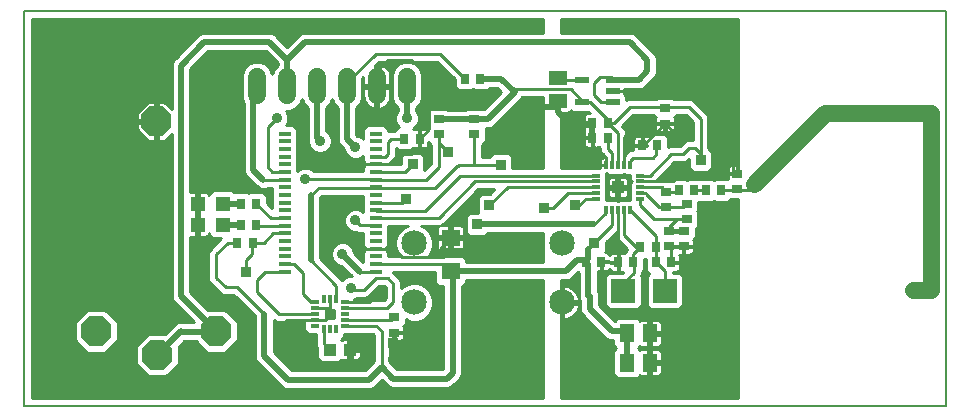
<source format=gtl>
G75*
G70*
%OFA0B0*%
%FSLAX24Y24*%
%IPPOS*%
%LPD*%
%AMOC8*
5,1,8,0,0,1.08239X$1,22.5*
%
%ADD10C,0.0080*%
%ADD11R,0.0276X0.0354*%
%ADD12R,0.0354X0.0276*%
%ADD13R,0.0472X0.0217*%
%ADD14R,0.0630X0.0551*%
%ADD15R,0.0394X0.0394*%
%ADD16R,0.0118X0.0256*%
%ADD17R,0.0256X0.0118*%
%ADD18C,0.0600*%
%ADD19OC8,0.1000*%
%ADD20R,0.0472X0.0472*%
%ADD21R,0.0394X0.0138*%
%ADD22R,0.0118X0.0315*%
%ADD23R,0.0315X0.0118*%
%ADD24R,0.0433X0.0394*%
%ADD25R,0.0512X0.0591*%
%ADD26C,0.0850*%
%ADD27R,0.0787X0.0787*%
%ADD28R,0.0591X0.0512*%
%ADD29C,0.0100*%
%ADD30C,0.0197*%
%ADD31C,0.0110*%
%ADD32R,0.0356X0.0356*%
%ADD33C,0.0356*%
%ADD34C,0.0160*%
%ADD35C,0.0098*%
%ADD36C,0.0200*%
%ADD37C,0.0559*%
D10*
X000150Y000181D02*
X000150Y013337D01*
X030885Y013337D01*
X030885Y000181D01*
X000150Y000181D01*
X019082Y008918D02*
X019438Y008563D01*
X019082Y008918D02*
X019082Y009118D01*
X021630Y006018D02*
X021630Y006018D01*
X021631Y006018D01*
X021638Y006018D01*
D11*
X021200Y005463D03*
X020688Y005463D03*
X020456Y004963D03*
X019944Y004963D03*
X019381Y004988D03*
X018869Y004988D03*
X021207Y004963D03*
X021718Y004963D03*
X021975Y007362D03*
X022487Y007362D03*
X022875Y007363D03*
X023386Y007363D03*
X021256Y008863D03*
X020744Y008863D03*
X019593Y009113D03*
X019082Y009113D03*
X019082Y009613D03*
X019593Y009613D03*
X015353Y011087D03*
X014841Y011087D03*
X013328Y009091D03*
X012816Y009091D03*
X007881Y006925D03*
X007369Y006925D03*
X007369Y006206D03*
X007881Y006206D03*
X007767Y005606D03*
X007255Y005606D03*
D12*
X012475Y003134D03*
X012475Y002622D03*
X021638Y005507D03*
X022137Y005507D03*
X022137Y006018D03*
X021638Y006018D03*
X022228Y006407D03*
X022228Y006918D03*
X021531Y006810D03*
X021531Y007322D03*
X023922Y007413D03*
X023922Y007925D03*
X021506Y009585D03*
X021506Y010097D03*
X015156Y009743D03*
X013969Y009743D03*
X013969Y009232D03*
X015156Y009232D03*
D13*
X018744Y010307D03*
X019768Y010307D03*
X019768Y010681D03*
X019768Y011055D03*
X018744Y011055D03*
D14*
X014357Y005777D03*
X014357Y004674D03*
D15*
X019938Y007463D03*
D16*
X019938Y006715D03*
X020135Y006715D03*
X020331Y006715D03*
X019741Y006715D03*
X019544Y006715D03*
X019544Y008211D03*
X019741Y008211D03*
X019938Y008211D03*
X020135Y008211D03*
X020331Y008211D03*
D17*
X020686Y007856D03*
X020686Y007660D03*
X020686Y007463D03*
X020686Y007266D03*
X020686Y007069D03*
X019190Y007069D03*
X019190Y007266D03*
X019190Y007463D03*
X019190Y007660D03*
X019190Y007856D03*
D18*
X012906Y010531D02*
X012906Y011131D01*
X011906Y011131D02*
X011906Y010531D01*
X010906Y010531D02*
X010906Y011131D01*
X009906Y011131D02*
X009906Y010531D01*
X008906Y010531D02*
X008906Y011131D01*
X007906Y011131D02*
X007906Y010531D01*
D19*
X004547Y009666D03*
X002547Y002666D03*
X004581Y001881D03*
X006547Y002666D03*
D20*
X006757Y006206D03*
X005930Y006206D03*
X005930Y006925D03*
X006757Y006925D03*
D21*
X008828Y006956D03*
X008828Y007212D03*
X008828Y007468D03*
X008828Y007724D03*
X008828Y007980D03*
X008828Y008236D03*
X008828Y008492D03*
X008828Y008748D03*
X008828Y009003D03*
X008828Y009259D03*
X011859Y009259D03*
X011859Y009003D03*
X011859Y008748D03*
X011859Y008492D03*
X011859Y008236D03*
X011859Y007980D03*
X011859Y007724D03*
X011859Y007468D03*
X011859Y007212D03*
X011859Y006956D03*
X011859Y006700D03*
X011859Y006444D03*
X011859Y006189D03*
X011859Y005933D03*
X011859Y005677D03*
X011859Y005421D03*
X011859Y005165D03*
X011859Y004909D03*
X011859Y004653D03*
X008828Y004653D03*
X008828Y004909D03*
X008828Y005165D03*
X008828Y005421D03*
X008828Y005677D03*
X008828Y005933D03*
X008828Y006189D03*
X008828Y006444D03*
X008828Y006700D03*
D22*
X010147Y003739D03*
X010344Y003739D03*
X010541Y003739D03*
X010541Y002736D03*
X010344Y002736D03*
X010147Y002736D03*
D23*
X009842Y002844D03*
X009842Y003041D03*
X009842Y003238D03*
X009842Y003434D03*
X009842Y003631D03*
X010846Y003631D03*
X010846Y003434D03*
X010846Y003238D03*
X010846Y003041D03*
X010846Y002844D03*
D24*
X011000Y002050D03*
X010331Y002050D03*
D25*
X020251Y001625D03*
X020999Y001625D03*
X020999Y002594D03*
X020251Y002594D03*
D26*
X018072Y003628D03*
X018072Y005596D03*
X013150Y005596D03*
X013150Y003628D03*
D27*
X020119Y004019D03*
X021497Y004019D03*
D28*
X017949Y010358D03*
X017949Y011106D03*
D29*
X017450Y010480D02*
X016757Y010480D01*
X016752Y010466D01*
X016665Y010379D01*
X015866Y009580D01*
X015779Y009493D01*
X015666Y009446D01*
X015543Y009446D01*
X015543Y009007D01*
X015421Y008885D01*
X015421Y008471D01*
X015643Y008471D01*
X015643Y008471D01*
X015766Y008594D01*
X016296Y008594D01*
X016419Y008471D01*
X016419Y008121D01*
X017450Y008121D01*
X017450Y010480D01*
X017450Y010394D02*
X016680Y010394D01*
X016581Y010296D02*
X017450Y010296D01*
X017450Y010197D02*
X016483Y010197D01*
X016384Y010099D02*
X017450Y010099D01*
X017450Y010000D02*
X016286Y010000D01*
X016187Y009902D02*
X017450Y009902D01*
X017450Y009803D02*
X016089Y009803D01*
X015990Y009705D02*
X017450Y009705D01*
X017450Y009606D02*
X015892Y009606D01*
X015793Y009508D02*
X017450Y009508D01*
X017450Y009409D02*
X015543Y009409D01*
X015543Y009311D02*
X017450Y009311D01*
X017450Y009212D02*
X015543Y009212D01*
X015543Y009114D02*
X017450Y009114D01*
X017450Y009015D02*
X015543Y009015D01*
X015453Y008917D02*
X017450Y008917D01*
X017450Y008818D02*
X015421Y008818D01*
X015421Y008720D02*
X017450Y008720D01*
X017450Y008621D02*
X015421Y008621D01*
X015421Y008523D02*
X015694Y008523D01*
X016368Y008523D02*
X017450Y008523D01*
X017450Y008424D02*
X016419Y008424D01*
X016419Y008326D02*
X017450Y008326D01*
X017450Y008227D02*
X016419Y008227D01*
X016419Y008129D02*
X017450Y008129D01*
X018050Y008129D02*
X019335Y008129D01*
X019335Y008126D02*
X018975Y008126D01*
X018971Y008121D01*
X018050Y008121D01*
X018050Y009952D01*
X018264Y009952D01*
X018302Y009962D01*
X018336Y009982D01*
X018364Y010010D01*
X018377Y010033D01*
X018421Y009989D01*
X018943Y009989D01*
X018993Y009940D01*
X018924Y009940D01*
X018886Y009929D01*
X018852Y009910D01*
X018824Y009882D01*
X018804Y009848D01*
X018794Y009809D01*
X018794Y009631D01*
X019063Y009631D01*
X019063Y009594D01*
X018794Y009594D01*
X018794Y009416D01*
X018804Y009377D01*
X018813Y009363D01*
X018804Y009348D01*
X018794Y009309D01*
X018794Y009131D01*
X019063Y009131D01*
X019063Y009094D01*
X018794Y009094D01*
X018794Y008916D01*
X018804Y008877D01*
X018824Y008843D01*
X018852Y008815D01*
X018886Y008796D01*
X018924Y008785D01*
X019063Y008785D01*
X019063Y009094D01*
X019100Y009094D01*
X019100Y008785D01*
X019239Y008785D01*
X019277Y008796D01*
X019291Y008803D01*
X019333Y008761D01*
X019333Y008705D01*
X019373Y008609D01*
X019481Y008501D01*
X019481Y008489D01*
X019465Y008489D01*
X019427Y008479D01*
X019393Y008459D01*
X019365Y008431D01*
X019345Y008397D01*
X019335Y008359D01*
X019335Y008211D01*
X019472Y008211D01*
X019472Y008211D01*
X019335Y008211D01*
X019335Y008126D01*
X019335Y008227D02*
X018050Y008227D01*
X018050Y008326D02*
X019335Y008326D01*
X019361Y008424D02*
X018050Y008424D01*
X018050Y008523D02*
X019460Y008523D01*
X019438Y008563D02*
X019544Y008456D01*
X019544Y008211D01*
X019741Y008211D02*
X019741Y008609D01*
X019593Y008757D01*
X019593Y009113D01*
X020125Y009157D02*
X020526Y009558D01*
X020351Y009803D02*
X021188Y009803D01*
X021197Y009794D02*
X021189Y009780D01*
X021179Y009742D01*
X021179Y009604D01*
X021487Y009604D01*
X021487Y009566D01*
X021179Y009566D01*
X021179Y009427D01*
X021189Y009389D01*
X021209Y009355D01*
X021237Y009327D01*
X021271Y009307D01*
X021309Y009297D01*
X021487Y009297D01*
X021487Y009566D01*
X021525Y009566D01*
X021525Y009604D01*
X021833Y009604D01*
X021833Y009742D01*
X021823Y009780D01*
X021815Y009794D01*
X021893Y009872D01*
X021893Y009888D01*
X022190Y009888D01*
X022431Y009647D01*
X022431Y009030D01*
X022246Y009030D01*
X022150Y008991D01*
X022077Y008918D01*
X021993Y008834D01*
X021655Y008834D01*
X021604Y008812D01*
X021604Y009127D01*
X021481Y009250D01*
X021031Y009250D01*
X020953Y009172D01*
X020940Y009179D01*
X020902Y009190D01*
X020763Y009190D01*
X020763Y008881D01*
X020908Y008881D01*
X020908Y008844D01*
X020763Y008844D01*
X020763Y008881D01*
X020725Y008881D01*
X020725Y008844D01*
X020456Y008844D01*
X020456Y008721D01*
X020385Y008721D01*
X020287Y008681D01*
X020203Y008596D01*
X020203Y009321D01*
X020162Y009418D01*
X020088Y009493D01*
X020064Y009516D01*
X020436Y009888D01*
X021119Y009888D01*
X021119Y009872D01*
X021197Y009794D01*
X021179Y009705D02*
X020253Y009705D01*
X020154Y009606D02*
X021179Y009606D01*
X021179Y009508D02*
X020073Y009508D01*
X020166Y009409D02*
X021184Y009409D01*
X021265Y009311D02*
X020203Y009311D01*
X020203Y009212D02*
X020993Y009212D01*
X020763Y009114D02*
X020725Y009114D01*
X020725Y009190D02*
X020725Y008881D01*
X020456Y008881D01*
X020456Y009059D01*
X020467Y009098D01*
X020486Y009132D01*
X020514Y009160D01*
X020548Y009179D01*
X020587Y009190D01*
X020725Y009190D01*
X020725Y009015D02*
X020763Y009015D01*
X020763Y008917D02*
X020725Y008917D01*
X020744Y008863D02*
X020784Y008863D01*
X021506Y009585D01*
X021730Y009361D01*
X022297Y009361D01*
X022431Y009409D02*
X021828Y009409D01*
X021833Y009427D02*
X021833Y009566D01*
X021525Y009566D01*
X021525Y009297D01*
X021703Y009297D01*
X021741Y009307D01*
X021775Y009327D01*
X021803Y009355D01*
X021823Y009389D01*
X021833Y009427D01*
X021833Y009508D02*
X022431Y009508D01*
X022431Y009606D02*
X021833Y009606D01*
X021833Y009705D02*
X022373Y009705D01*
X022275Y009803D02*
X021825Y009803D01*
X021525Y009508D02*
X021487Y009508D01*
X021487Y009409D02*
X021525Y009409D01*
X021525Y009311D02*
X021487Y009311D01*
X021518Y009212D02*
X022431Y009212D01*
X022431Y009114D02*
X021604Y009114D01*
X021604Y009015D02*
X022208Y009015D01*
X022076Y008917D02*
X021604Y008917D01*
X021604Y008818D02*
X021617Y008818D01*
X021707Y008574D02*
X022100Y008574D01*
X022297Y008770D01*
X022494Y008770D01*
X022691Y008574D01*
X022691Y009755D01*
X022297Y010148D01*
X021454Y010148D01*
X021506Y010097D01*
X021454Y010148D02*
X020329Y010148D01*
X019793Y009613D01*
X019593Y009613D02*
X019593Y009707D01*
X018993Y010307D01*
X018744Y010307D01*
X018410Y010000D02*
X018354Y010000D01*
X018050Y009902D02*
X018844Y009902D01*
X018794Y009803D02*
X018050Y009803D01*
X018050Y009705D02*
X018794Y009705D01*
X019063Y009606D02*
X018050Y009606D01*
X018050Y009508D02*
X018794Y009508D01*
X018796Y009409D02*
X018050Y009409D01*
X018050Y009311D02*
X018794Y009311D01*
X018794Y009212D02*
X018050Y009212D01*
X018050Y009114D02*
X019063Y009114D01*
X019063Y009131D02*
X019063Y009594D01*
X019100Y009594D01*
X019100Y009440D01*
X019100Y009131D01*
X019063Y009131D01*
X019082Y009118D02*
X019088Y009113D01*
X019082Y009113D01*
X019063Y009015D02*
X019100Y009015D01*
X019100Y008917D02*
X019063Y008917D01*
X019063Y008818D02*
X019100Y008818D01*
X018849Y008818D02*
X018050Y008818D01*
X018050Y008720D02*
X019333Y008720D01*
X019368Y008621D02*
X018050Y008621D01*
X018050Y008917D02*
X018794Y008917D01*
X018794Y009015D02*
X018050Y009015D01*
X019063Y009212D02*
X019100Y009212D01*
X019100Y009311D02*
X019063Y009311D01*
X019063Y009409D02*
X019100Y009409D01*
X019100Y009508D02*
X019063Y009508D01*
X020125Y009157D02*
X020125Y008519D01*
X020203Y008621D02*
X020228Y008621D01*
X020203Y008720D02*
X020381Y008720D01*
X020456Y008818D02*
X020203Y008818D01*
X020203Y008917D02*
X020456Y008917D01*
X020456Y009015D02*
X020203Y009015D01*
X020203Y009114D02*
X020476Y009114D01*
X021707Y008574D02*
X020990Y007856D01*
X020686Y007856D01*
X020686Y007660D02*
X021777Y007660D01*
X022100Y007983D01*
X023085Y007983D01*
X023281Y008180D01*
X023281Y008574D01*
X023079Y008621D02*
X023950Y008621D01*
X023950Y008523D02*
X023079Y008523D01*
X023079Y008424D02*
X023950Y008424D01*
X023950Y008326D02*
X023079Y008326D01*
X023079Y008227D02*
X023950Y008227D01*
X023950Y008212D02*
X023941Y008212D01*
X023941Y007944D01*
X023903Y007944D01*
X023903Y008212D01*
X023725Y008212D01*
X023687Y008202D01*
X023652Y008183D01*
X023625Y008155D01*
X023605Y008120D01*
X023595Y008082D01*
X023595Y007944D01*
X023903Y007944D01*
X023903Y007906D01*
X023595Y007906D01*
X023595Y007767D01*
X023599Y007750D01*
X023162Y007750D01*
X023131Y007719D01*
X023099Y007750D01*
X022650Y007750D01*
X022650Y007750D01*
X022262Y007750D01*
X022231Y007718D01*
X022200Y007750D01*
X021750Y007750D01*
X021670Y007669D01*
X021551Y007669D01*
X021537Y007683D01*
X021442Y007723D01*
X021224Y007723D01*
X021814Y008314D01*
X022152Y008314D01*
X022248Y008353D01*
X022303Y008408D01*
X022303Y008112D01*
X022426Y007989D01*
X022956Y007989D01*
X023079Y008112D01*
X023079Y008642D01*
X022956Y008765D01*
X022951Y008765D01*
X022951Y009806D01*
X022911Y009902D01*
X022838Y009975D01*
X022445Y010369D01*
X022349Y010408D01*
X021806Y010408D01*
X021770Y010444D01*
X021242Y010444D01*
X021206Y010408D01*
X020277Y010408D01*
X020214Y010382D01*
X020214Y010502D01*
X020154Y010562D01*
X020154Y010677D01*
X019772Y010677D01*
X019772Y010685D01*
X020154Y010685D01*
X020154Y010740D01*
X020187Y010740D01*
X020190Y010742D01*
X020701Y010742D01*
X020814Y010789D01*
X021181Y011155D01*
X021228Y011268D01*
X021228Y011785D01*
X021181Y011898D01*
X021094Y011985D01*
X020590Y012488D01*
X020590Y012488D01*
X020503Y012575D01*
X020390Y012622D01*
X018050Y012622D01*
X018050Y013087D01*
X023950Y013087D01*
X023950Y008212D01*
X023941Y008129D02*
X023903Y008129D01*
X023903Y008030D02*
X023941Y008030D01*
X023903Y007932D02*
X021432Y007932D01*
X021531Y008030D02*
X022384Y008030D01*
X022303Y008129D02*
X021629Y008129D01*
X021728Y008227D02*
X022303Y008227D01*
X022303Y008326D02*
X022181Y008326D01*
X022691Y008377D02*
X022691Y008574D01*
X023001Y008720D02*
X023950Y008720D01*
X023950Y008818D02*
X022951Y008818D01*
X022951Y008917D02*
X023950Y008917D01*
X023950Y009015D02*
X022951Y009015D01*
X022951Y009114D02*
X023950Y009114D01*
X023950Y009212D02*
X022951Y009212D01*
X022951Y009311D02*
X023950Y009311D01*
X023950Y009409D02*
X022951Y009409D01*
X022951Y009508D02*
X023950Y009508D01*
X023950Y009606D02*
X022951Y009606D01*
X022951Y009705D02*
X023950Y009705D01*
X023950Y009803D02*
X022951Y009803D01*
X022912Y009902D02*
X023950Y009902D01*
X023950Y010000D02*
X022813Y010000D01*
X022715Y010099D02*
X023950Y010099D01*
X023950Y010197D02*
X022616Y010197D01*
X022518Y010296D02*
X023950Y010296D01*
X023950Y010394D02*
X022384Y010394D01*
X021109Y011084D02*
X023950Y011084D01*
X023950Y011182D02*
X021192Y011182D01*
X021228Y011281D02*
X023950Y011281D01*
X023950Y011379D02*
X021228Y011379D01*
X021228Y011478D02*
X023950Y011478D01*
X023950Y011576D02*
X021228Y011576D01*
X021228Y011675D02*
X023950Y011675D01*
X023950Y011773D02*
X021228Y011773D01*
X021192Y011872D02*
X023950Y011872D01*
X023950Y011970D02*
X021109Y011970D01*
X021094Y011985D02*
X021094Y011985D01*
X021010Y012069D02*
X023950Y012069D01*
X023950Y012167D02*
X020912Y012167D01*
X020813Y012266D02*
X023950Y012266D01*
X023950Y012364D02*
X020715Y012364D01*
X020616Y012463D02*
X023950Y012463D01*
X023950Y012561D02*
X020518Y012561D01*
X018050Y012660D02*
X023950Y012660D01*
X023950Y012758D02*
X018050Y012758D01*
X018050Y012857D02*
X023950Y012857D01*
X023950Y012955D02*
X018050Y012955D01*
X018050Y013054D02*
X023950Y013054D01*
X023950Y010985D02*
X021011Y010985D01*
X020912Y010887D02*
X023950Y010887D01*
X023950Y010788D02*
X020813Y010788D01*
X020214Y010493D02*
X023950Y010493D01*
X023950Y010591D02*
X020154Y010591D01*
X020154Y010690D02*
X023950Y010690D01*
X023772Y009361D02*
X023772Y008074D01*
X023922Y007925D01*
X023595Y007833D02*
X021334Y007833D01*
X021235Y007735D02*
X021735Y007735D01*
X022215Y007735D02*
X022247Y007735D01*
X021975Y007362D02*
X021934Y007322D01*
X021531Y007322D01*
X021390Y007463D01*
X020686Y007463D01*
X020686Y007266D02*
X020734Y007266D01*
X020738Y007263D01*
X020888Y007263D01*
X020888Y007227D01*
X021313Y006802D01*
X021523Y006802D01*
X021531Y006810D01*
X022119Y006810D01*
X022228Y006918D01*
X022615Y006947D02*
X023950Y006947D01*
X023950Y007045D02*
X023681Y007045D01*
X023701Y007065D02*
X023950Y007065D01*
X023950Y000450D01*
X018050Y000450D01*
X018050Y003578D01*
X018122Y003578D01*
X018122Y003678D01*
X018646Y003678D01*
X018632Y003762D01*
X018604Y003848D01*
X018563Y003929D01*
X018510Y004002D01*
X018446Y004066D01*
X018373Y004120D01*
X018292Y004161D01*
X018206Y004189D01*
X018122Y004202D01*
X018122Y003678D01*
X018050Y003678D01*
X018050Y004366D01*
X018263Y004366D01*
X018376Y004413D01*
X018604Y004641D01*
X018642Y004602D01*
X018642Y003788D01*
X018687Y003680D01*
X018687Y003349D01*
X018734Y003236D01*
X019477Y002493D01*
X019563Y002407D01*
X019677Y002360D01*
X019785Y002360D01*
X019785Y002212D01*
X019887Y002109D01*
X019785Y002007D01*
X019785Y001243D01*
X019908Y001120D01*
X020594Y001120D01*
X020672Y001198D01*
X020685Y001190D01*
X020723Y001180D01*
X020949Y001180D01*
X020949Y001575D01*
X021049Y001575D01*
X021049Y001180D01*
X021275Y001180D01*
X021313Y001190D01*
X021347Y001210D01*
X021375Y001238D01*
X021395Y001272D01*
X021405Y001310D01*
X021405Y001575D01*
X021049Y001575D01*
X021049Y001675D01*
X021405Y001675D01*
X021405Y001940D01*
X021395Y001978D01*
X021375Y002012D01*
X021347Y002040D01*
X021313Y002060D01*
X021275Y002070D01*
X021049Y002070D01*
X021049Y001675D01*
X020949Y001675D01*
X020949Y002070D01*
X020723Y002070D01*
X020685Y002060D01*
X020672Y002052D01*
X020615Y002109D01*
X020672Y002166D01*
X020685Y002159D01*
X020723Y002149D01*
X020949Y002149D01*
X020949Y002544D01*
X021049Y002544D01*
X021049Y002644D01*
X020949Y002644D01*
X020949Y003039D01*
X020723Y003039D01*
X020685Y003029D01*
X020672Y003021D01*
X020594Y003099D01*
X019908Y003099D01*
X019826Y003017D01*
X019304Y003538D01*
X019304Y003911D01*
X019259Y004019D01*
X019259Y004660D01*
X019362Y004660D01*
X019362Y004969D01*
X019400Y004969D01*
X019400Y005006D01*
X019656Y005006D01*
X019656Y004981D01*
X019925Y004981D01*
X019925Y004944D01*
X019669Y004944D01*
X019669Y004969D01*
X019400Y004969D01*
X019400Y004660D01*
X019538Y004660D01*
X019577Y004671D01*
X019611Y004690D01*
X019639Y004718D01*
X019658Y004752D01*
X019659Y004755D01*
X019667Y004727D01*
X019686Y004693D01*
X019714Y004665D01*
X019748Y004646D01*
X019787Y004635D01*
X019925Y004635D01*
X019925Y004944D01*
X019963Y004944D01*
X019963Y004635D01*
X020102Y004635D01*
X020122Y004641D01*
X020104Y004622D01*
X019638Y004622D01*
X019515Y004499D01*
X019515Y003538D01*
X019638Y003415D01*
X020600Y003415D01*
X020723Y003538D01*
X020723Y004499D01*
X020713Y004509D01*
X020734Y004560D01*
X020734Y004628D01*
X020804Y004698D01*
X020804Y005075D01*
X020859Y005075D01*
X020859Y004698D01*
X020975Y004582D01*
X020893Y004499D01*
X020893Y003538D01*
X021016Y003415D01*
X021977Y003415D01*
X022101Y003538D01*
X022101Y004499D01*
X021977Y004622D01*
X021762Y004622D01*
X021762Y004635D01*
X021876Y004635D01*
X021914Y004646D01*
X021948Y004665D01*
X021976Y004693D01*
X021996Y004727D01*
X022006Y004766D01*
X022006Y004944D01*
X021737Y004944D01*
X021737Y004981D01*
X022006Y004981D01*
X022006Y005159D01*
X021996Y005198D01*
X021984Y005219D01*
X022118Y005219D01*
X022118Y005488D01*
X021810Y005488D01*
X021810Y005488D01*
X021656Y005488D01*
X021656Y005525D01*
X021965Y005525D01*
X021965Y005525D01*
X022118Y005525D01*
X022118Y005488D01*
X022156Y005488D01*
X022156Y005525D01*
X022464Y005525D01*
X022464Y005664D01*
X022454Y005702D01*
X022446Y005716D01*
X022524Y005794D01*
X022524Y006091D01*
X022615Y006182D01*
X022615Y006631D01*
X022584Y006662D01*
X022615Y006694D01*
X022615Y006975D01*
X022712Y006975D01*
X022712Y006976D01*
X023099Y006976D01*
X023131Y007007D01*
X023162Y006976D01*
X023611Y006976D01*
X023701Y007065D01*
X023950Y006848D02*
X022615Y006848D01*
X022615Y006750D02*
X023950Y006750D01*
X023950Y006651D02*
X022596Y006651D01*
X022615Y006553D02*
X023950Y006553D01*
X023950Y006454D02*
X022615Y006454D01*
X022615Y006356D02*
X023950Y006356D01*
X023950Y006257D02*
X022615Y006257D01*
X022592Y006159D02*
X023950Y006159D01*
X023950Y006060D02*
X022524Y006060D01*
X022524Y005962D02*
X023950Y005962D01*
X023950Y005863D02*
X022524Y005863D01*
X022495Y005765D02*
X023950Y005765D01*
X023950Y005666D02*
X022464Y005666D01*
X022464Y005568D02*
X023950Y005568D01*
X023950Y005469D02*
X022464Y005469D01*
X022464Y005488D02*
X022156Y005488D01*
X022156Y005219D01*
X022334Y005219D01*
X022372Y005229D01*
X022407Y005249D01*
X022434Y005277D01*
X022454Y005311D01*
X022464Y005349D01*
X022464Y005488D01*
X022464Y005371D02*
X023950Y005371D01*
X023950Y005272D02*
X022430Y005272D01*
X022156Y005272D02*
X022118Y005272D01*
X022118Y005371D02*
X022156Y005371D01*
X022156Y005469D02*
X022118Y005469D01*
X022002Y005174D02*
X023950Y005174D01*
X023950Y005075D02*
X022006Y005075D01*
X021737Y004977D02*
X023950Y004977D01*
X023950Y004878D02*
X022006Y004878D01*
X022006Y004780D02*
X023950Y004780D01*
X023950Y004681D02*
X021964Y004681D01*
X022017Y004583D02*
X023950Y004583D01*
X023950Y004484D02*
X022101Y004484D01*
X022101Y004386D02*
X023950Y004386D01*
X023950Y004287D02*
X022101Y004287D01*
X022101Y004189D02*
X023950Y004189D01*
X023950Y004090D02*
X022101Y004090D01*
X022101Y003992D02*
X023950Y003992D01*
X023950Y003893D02*
X022101Y003893D01*
X022101Y003795D02*
X023950Y003795D01*
X023950Y003696D02*
X022101Y003696D01*
X022101Y003598D02*
X023950Y003598D01*
X023950Y003499D02*
X022061Y003499D01*
X021375Y002981D02*
X021347Y003009D01*
X021313Y003029D01*
X021275Y003039D01*
X021049Y003039D01*
X021049Y002644D01*
X021405Y002644D01*
X021405Y002909D01*
X021395Y002947D01*
X021375Y002981D01*
X021350Y003007D02*
X023950Y003007D01*
X023950Y003105D02*
X019737Y003105D01*
X019639Y003204D02*
X023950Y003204D01*
X023950Y003302D02*
X019540Y003302D01*
X019442Y003401D02*
X023950Y003401D01*
X023950Y002908D02*
X021405Y002908D01*
X021405Y002810D02*
X023950Y002810D01*
X023950Y002711D02*
X021405Y002711D01*
X021405Y002544D02*
X021049Y002544D01*
X021049Y002149D01*
X021275Y002149D01*
X021313Y002159D01*
X021347Y002178D01*
X021375Y002206D01*
X021395Y002241D01*
X021405Y002279D01*
X021405Y002544D01*
X021405Y002514D02*
X023950Y002514D01*
X023950Y002416D02*
X021405Y002416D01*
X021405Y002317D02*
X023950Y002317D01*
X023950Y002219D02*
X021382Y002219D01*
X021049Y002219D02*
X020949Y002219D01*
X020949Y002317D02*
X021049Y002317D01*
X021049Y002416D02*
X020949Y002416D01*
X020949Y002514D02*
X021049Y002514D01*
X021049Y002613D02*
X023950Y002613D01*
X023950Y002120D02*
X020625Y002120D01*
X020949Y002022D02*
X021049Y002022D01*
X021049Y001923D02*
X020949Y001923D01*
X020949Y001825D02*
X021049Y001825D01*
X021049Y001726D02*
X020949Y001726D01*
X021049Y001628D02*
X023950Y001628D01*
X023950Y001726D02*
X021405Y001726D01*
X021405Y001825D02*
X023950Y001825D01*
X023950Y001923D02*
X021405Y001923D01*
X021366Y002022D02*
X023950Y002022D01*
X023950Y001529D02*
X021405Y001529D01*
X021405Y001431D02*
X023950Y001431D01*
X023950Y001332D02*
X021405Y001332D01*
X021371Y001234D02*
X023950Y001234D01*
X023950Y001135D02*
X020609Y001135D01*
X020949Y001234D02*
X021049Y001234D01*
X021049Y001332D02*
X020949Y001332D01*
X020949Y001431D02*
X021049Y001431D01*
X021049Y001529D02*
X020949Y001529D01*
X019893Y001135D02*
X018050Y001135D01*
X018050Y001037D02*
X023950Y001037D01*
X023950Y000938D02*
X018050Y000938D01*
X018050Y000840D02*
X023950Y000840D01*
X023950Y000741D02*
X018050Y000741D01*
X018050Y000643D02*
X023950Y000643D01*
X023950Y000544D02*
X018050Y000544D01*
X017450Y000544D02*
X000400Y000544D01*
X000400Y000450D02*
X000400Y013087D01*
X017450Y013087D01*
X017450Y012622D01*
X009441Y012622D01*
X009327Y012575D01*
X009240Y012488D01*
X008911Y012159D01*
X008582Y012488D01*
X008496Y012575D01*
X008382Y012622D01*
X006094Y012622D01*
X005981Y012575D01*
X005193Y011788D01*
X005107Y011701D01*
X005060Y011588D01*
X005060Y010072D01*
X004816Y010316D01*
X004597Y010316D01*
X004597Y009716D01*
X004497Y009716D01*
X004497Y010316D01*
X004278Y010316D01*
X003897Y009935D01*
X003897Y009716D01*
X004497Y009716D01*
X004497Y009616D01*
X003897Y009616D01*
X003897Y009396D01*
X004278Y009016D01*
X004497Y009016D01*
X004497Y009616D01*
X004597Y009616D01*
X004597Y009016D01*
X004816Y009016D01*
X005060Y009259D01*
X005060Y003783D01*
X005107Y003670D01*
X005817Y002960D01*
X005469Y002960D01*
X005429Y002977D01*
X005307Y002977D01*
X005193Y002930D01*
X005178Y002914D01*
X005174Y002913D01*
X005087Y002826D01*
X005086Y002822D01*
X004855Y002591D01*
X004287Y002591D01*
X003871Y002175D01*
X003871Y001587D01*
X004287Y001171D01*
X004875Y001171D01*
X005291Y001587D01*
X005291Y002155D01*
X005476Y002340D01*
X005869Y002340D01*
X006253Y001956D01*
X006841Y001956D01*
X007257Y002372D01*
X007257Y002960D01*
X006841Y003376D01*
X006273Y003376D01*
X005677Y003973D01*
X005677Y005820D01*
X005880Y005820D01*
X005880Y006156D01*
X005980Y006156D01*
X005980Y005820D01*
X006186Y005820D01*
X006224Y005830D01*
X006259Y005850D01*
X006287Y005878D01*
X006306Y005912D01*
X006311Y005929D01*
X006311Y005883D01*
X006434Y005760D01*
X006707Y005760D01*
X006325Y005377D01*
X006284Y005280D01*
X006284Y004387D01*
X006325Y004290D01*
X006399Y004215D01*
X006711Y003903D01*
X006809Y003863D01*
X007152Y003863D01*
X007189Y003826D01*
X007219Y003813D01*
X007840Y003192D01*
X007840Y001788D01*
X007887Y001674D01*
X008687Y000874D01*
X008774Y000787D01*
X008888Y000740D01*
X011686Y000740D01*
X011800Y000787D01*
X012061Y001049D01*
X012279Y000831D01*
X012393Y000783D01*
X014288Y000783D01*
X014402Y000831D01*
X014489Y000918D01*
X014491Y000922D01*
X014685Y001115D01*
X014732Y001229D01*
X014732Y004189D01*
X014759Y004189D01*
X014882Y004312D01*
X014882Y004366D01*
X017450Y004366D01*
X017450Y000450D01*
X000400Y000450D01*
X000400Y000643D02*
X017450Y000643D01*
X017450Y000741D02*
X011688Y000741D01*
X011852Y000840D02*
X012270Y000840D01*
X012172Y000938D02*
X011950Y000938D01*
X012049Y001037D02*
X012073Y001037D01*
X011496Y001360D02*
X009078Y001360D01*
X008460Y001978D01*
X008460Y003059D01*
X008506Y003013D01*
X008604Y002973D01*
X009474Y002973D01*
X009474Y002698D01*
X009597Y002575D01*
X009878Y002575D01*
X009878Y002491D01*
X009887Y002482D01*
X009887Y002182D01*
X009904Y002140D01*
X009904Y001766D01*
X010027Y001643D01*
X010634Y001643D01*
X010712Y001721D01*
X010726Y001713D01*
X010764Y001703D01*
X010952Y001703D01*
X010952Y002002D01*
X011049Y002002D01*
X011049Y002098D01*
X011367Y002098D01*
X011367Y002267D01*
X011357Y002305D01*
X011337Y002339D01*
X011309Y002367D01*
X011275Y002387D01*
X011237Y002397D01*
X011049Y002397D01*
X011049Y002098D01*
X010952Y002098D01*
X010952Y002397D01*
X010764Y002397D01*
X010726Y002387D01*
X010712Y002379D01*
X010705Y002386D01*
X010810Y002491D01*
X010810Y002575D01*
X011090Y002575D01*
X011094Y002579D01*
X011776Y002579D01*
X011796Y002558D01*
X011796Y001828D01*
X011801Y001816D01*
X011801Y001665D01*
X011798Y001663D01*
X011496Y001360D01*
X011566Y001431D02*
X009008Y001431D01*
X009108Y001487D02*
X010880Y001487D01*
X011077Y001684D01*
X011077Y001973D01*
X011000Y002050D01*
X011049Y002022D02*
X011796Y002022D01*
X011796Y002120D02*
X011367Y002120D01*
X011367Y002219D02*
X011796Y002219D01*
X011796Y002317D02*
X011349Y002317D01*
X011049Y002317D02*
X010952Y002317D01*
X010952Y002219D02*
X011049Y002219D01*
X011049Y002120D02*
X010952Y002120D01*
X011049Y002002D02*
X011367Y002002D01*
X011367Y001833D01*
X011357Y001795D01*
X011337Y001761D01*
X011309Y001733D01*
X011275Y001713D01*
X011237Y001703D01*
X011049Y001703D01*
X011049Y002002D01*
X011049Y001923D02*
X010952Y001923D01*
X010952Y001825D02*
X011049Y001825D01*
X011049Y001726D02*
X010952Y001726D01*
X011297Y001726D02*
X011801Y001726D01*
X011797Y001825D02*
X011364Y001825D01*
X011367Y001923D02*
X011796Y001923D01*
X012061Y001881D02*
X012061Y001487D01*
X011763Y001628D02*
X008811Y001628D01*
X008712Y001726D02*
X009945Y001726D01*
X009904Y001825D02*
X008614Y001825D01*
X008715Y001881D02*
X009108Y001487D01*
X008909Y001529D02*
X011665Y001529D01*
X012321Y001665D02*
X012321Y001816D01*
X012326Y001828D01*
X012326Y002334D01*
X012456Y002334D01*
X012456Y002603D01*
X012494Y002603D01*
X012494Y002641D01*
X012802Y002641D01*
X012802Y002780D01*
X012792Y002818D01*
X012784Y002831D01*
X012862Y002909D01*
X012862Y003060D01*
X013024Y002993D01*
X013277Y002993D01*
X013510Y003089D01*
X013689Y003268D01*
X013785Y003501D01*
X013785Y003754D01*
X013689Y003987D01*
X013510Y004166D01*
X013277Y004263D01*
X013024Y004263D01*
X012791Y004166D01*
X012720Y004095D01*
X012720Y004296D01*
X012679Y004393D01*
X012605Y004468D01*
X012483Y004590D01*
X012428Y004644D01*
X013832Y004644D01*
X013832Y004312D01*
X013955Y004189D01*
X014115Y004189D01*
X014115Y001418D01*
X014100Y001403D01*
X012583Y001403D01*
X012321Y001665D01*
X012359Y001628D02*
X014115Y001628D01*
X014115Y001726D02*
X012321Y001726D01*
X012325Y001825D02*
X014115Y001825D01*
X014115Y001923D02*
X012326Y001923D01*
X012326Y002022D02*
X014115Y002022D01*
X014115Y002120D02*
X012326Y002120D01*
X012326Y002219D02*
X014115Y002219D01*
X014115Y002317D02*
X012326Y002317D01*
X012456Y002416D02*
X012494Y002416D01*
X012494Y002334D02*
X012672Y002334D01*
X012710Y002345D01*
X012744Y002364D01*
X012772Y002392D01*
X012792Y002426D01*
X012802Y002465D01*
X012802Y002603D01*
X012494Y002603D01*
X012494Y002334D01*
X012494Y002514D02*
X012456Y002514D01*
X012494Y002613D02*
X014115Y002613D01*
X014115Y002711D02*
X012802Y002711D01*
X012794Y002810D02*
X014115Y002810D01*
X014115Y002908D02*
X012861Y002908D01*
X012862Y003007D02*
X012991Y003007D01*
X013310Y003007D02*
X014115Y003007D01*
X014115Y003105D02*
X013526Y003105D01*
X013624Y003204D02*
X014115Y003204D01*
X014115Y003302D02*
X013703Y003302D01*
X013744Y003401D02*
X014115Y003401D01*
X014115Y003499D02*
X013784Y003499D01*
X013785Y003598D02*
X014115Y003598D01*
X014115Y003696D02*
X013785Y003696D01*
X013769Y003795D02*
X014115Y003795D01*
X014115Y003893D02*
X013728Y003893D01*
X013685Y003992D02*
X014115Y003992D01*
X014115Y004090D02*
X013586Y004090D01*
X013456Y004189D02*
X014115Y004189D01*
X013857Y004287D02*
X012720Y004287D01*
X012720Y004189D02*
X012845Y004189D01*
X012682Y004386D02*
X013832Y004386D01*
X013832Y004484D02*
X012588Y004484D01*
X012605Y004468D02*
X012605Y004468D01*
X012490Y004583D02*
X013832Y004583D01*
X014732Y004189D02*
X017450Y004189D01*
X017450Y004287D02*
X014857Y004287D01*
X014732Y004090D02*
X017450Y004090D01*
X017450Y003992D02*
X014732Y003992D01*
X014732Y003893D02*
X017450Y003893D01*
X017450Y003795D02*
X014732Y003795D01*
X014732Y003696D02*
X017450Y003696D01*
X017450Y003598D02*
X014732Y003598D01*
X014732Y003499D02*
X017450Y003499D01*
X017450Y003401D02*
X014732Y003401D01*
X014732Y003302D02*
X017450Y003302D01*
X017450Y003204D02*
X014732Y003204D01*
X014732Y003105D02*
X017450Y003105D01*
X017450Y003007D02*
X014732Y003007D01*
X014732Y002908D02*
X017450Y002908D01*
X017450Y002810D02*
X014732Y002810D01*
X014732Y002711D02*
X017450Y002711D01*
X017450Y002613D02*
X014732Y002613D01*
X014732Y002514D02*
X017450Y002514D01*
X017450Y002416D02*
X014732Y002416D01*
X014732Y002317D02*
X017450Y002317D01*
X017450Y002219D02*
X014732Y002219D01*
X014732Y002120D02*
X017450Y002120D01*
X017450Y002022D02*
X014732Y002022D01*
X014732Y001923D02*
X017450Y001923D01*
X017450Y001825D02*
X014732Y001825D01*
X014732Y001726D02*
X017450Y001726D01*
X017450Y001628D02*
X014732Y001628D01*
X014732Y001529D02*
X017450Y001529D01*
X017450Y001431D02*
X014732Y001431D01*
X014732Y001332D02*
X017450Y001332D01*
X017450Y001234D02*
X014732Y001234D01*
X014693Y001135D02*
X017450Y001135D01*
X017450Y001037D02*
X014606Y001037D01*
X014507Y000938D02*
X017450Y000938D01*
X017450Y000840D02*
X014411Y000840D01*
X014115Y001431D02*
X012556Y001431D01*
X012457Y001529D02*
X014115Y001529D01*
X013350Y001850D02*
X013050Y001550D01*
X012786Y002416D02*
X014115Y002416D01*
X014115Y002514D02*
X012802Y002514D01*
X011796Y002514D02*
X010810Y002514D01*
X010734Y002416D02*
X011796Y002416D01*
X010478Y003103D02*
X010293Y003103D01*
X010209Y003103D01*
X010209Y003372D01*
X010293Y003372D01*
X010344Y003423D01*
X010395Y003372D01*
X010478Y003372D01*
X010478Y003103D01*
X010478Y003105D02*
X010209Y003105D01*
X010178Y003041D02*
X008890Y003041D01*
X008715Y002865D01*
X008715Y001881D01*
X008515Y001923D02*
X009904Y001923D01*
X009904Y002022D02*
X008460Y002022D01*
X008460Y002120D02*
X009904Y002120D01*
X009887Y002219D02*
X008460Y002219D01*
X008460Y002317D02*
X009887Y002317D01*
X009887Y002416D02*
X008460Y002416D01*
X008460Y002514D02*
X009878Y002514D01*
X009560Y002613D02*
X008460Y002613D01*
X008460Y002711D02*
X009474Y002711D01*
X009474Y002810D02*
X008460Y002810D01*
X008460Y002908D02*
X009474Y002908D01*
X010147Y002736D02*
X010147Y002234D01*
X010331Y002050D01*
X008521Y003007D02*
X008460Y003007D01*
X008150Y003250D02*
X007354Y004046D01*
X007337Y004046D01*
X007255Y004128D01*
X006735Y003893D02*
X005756Y003893D01*
X005677Y003992D02*
X006623Y003992D01*
X006524Y004090D02*
X005677Y004090D01*
X005677Y004189D02*
X006426Y004189D01*
X006327Y004287D02*
X005677Y004287D01*
X005677Y004386D02*
X006285Y004386D01*
X006284Y004484D02*
X005677Y004484D01*
X005677Y004583D02*
X006284Y004583D01*
X006284Y004681D02*
X005677Y004681D01*
X005677Y004780D02*
X006284Y004780D01*
X006284Y004878D02*
X005677Y004878D01*
X005677Y004977D02*
X006284Y004977D01*
X006284Y005075D02*
X005677Y005075D01*
X005677Y005174D02*
X006284Y005174D01*
X006284Y005272D02*
X005677Y005272D01*
X005677Y005371D02*
X006322Y005371D01*
X006416Y005469D02*
X005677Y005469D01*
X005677Y005568D02*
X006515Y005568D01*
X006613Y005666D02*
X005677Y005666D01*
X005677Y005765D02*
X006429Y005765D01*
X006331Y005863D02*
X006272Y005863D01*
X005980Y005863D02*
X005880Y005863D01*
X005880Y005962D02*
X005980Y005962D01*
X005980Y006060D02*
X005880Y006060D01*
X005880Y006256D02*
X005880Y006539D01*
X005880Y006875D01*
X005980Y006875D01*
X005980Y006256D01*
X005880Y006256D01*
X005880Y006257D02*
X005980Y006257D01*
X005980Y006356D02*
X005880Y006356D01*
X005880Y006454D02*
X005980Y006454D01*
X005980Y006553D02*
X005880Y006553D01*
X005880Y006651D02*
X005980Y006651D01*
X005980Y006750D02*
X005880Y006750D01*
X005880Y006848D02*
X005980Y006848D01*
X005980Y006975D02*
X005880Y006975D01*
X005880Y007311D01*
X005677Y007311D01*
X005677Y011399D01*
X006283Y012005D01*
X008193Y012005D01*
X008603Y011595D01*
X008603Y011549D01*
X008474Y011420D01*
X008406Y011257D01*
X008339Y011420D01*
X008195Y011564D01*
X008008Y011641D01*
X007805Y011641D01*
X007617Y011564D01*
X007474Y011420D01*
X007396Y011233D01*
X007396Y010430D01*
X007473Y010245D01*
X007473Y007989D01*
X007520Y007875D01*
X007607Y007789D01*
X007933Y007462D01*
X008046Y007416D01*
X008169Y007416D01*
X008273Y007459D01*
X008421Y007459D01*
X008421Y006760D01*
X008229Y006952D01*
X008229Y007189D01*
X008106Y007312D01*
X007656Y007312D01*
X007625Y007281D01*
X007594Y007312D01*
X007144Y007312D01*
X007142Y007310D01*
X007080Y007371D01*
X006434Y007371D01*
X006311Y007248D01*
X006311Y007202D01*
X006306Y007219D01*
X006287Y007253D01*
X006259Y007281D01*
X006224Y007301D01*
X006186Y007311D01*
X005980Y007311D01*
X005980Y006975D01*
X005980Y007045D02*
X005880Y007045D01*
X005880Y007144D02*
X005980Y007144D01*
X005980Y007242D02*
X005880Y007242D01*
X005677Y007341D02*
X006403Y007341D01*
X006311Y007242D02*
X006293Y007242D01*
X005677Y007439D02*
X007989Y007439D01*
X007858Y007538D02*
X005677Y007538D01*
X005677Y007636D02*
X007759Y007636D01*
X007661Y007735D02*
X005677Y007735D01*
X005677Y007833D02*
X007562Y007833D01*
X007496Y007932D02*
X005677Y007932D01*
X005677Y008030D02*
X007473Y008030D01*
X007473Y008129D02*
X005677Y008129D01*
X005677Y008227D02*
X007473Y008227D01*
X007473Y008326D02*
X005677Y008326D01*
X005677Y008424D02*
X007473Y008424D01*
X007473Y008523D02*
X005677Y008523D01*
X005677Y008621D02*
X007473Y008621D01*
X007473Y008720D02*
X005677Y008720D01*
X005677Y008818D02*
X007473Y008818D01*
X007473Y008917D02*
X005677Y008917D01*
X005677Y009015D02*
X007473Y009015D01*
X007473Y009114D02*
X005677Y009114D01*
X005677Y009212D02*
X007473Y009212D01*
X007473Y009311D02*
X005677Y009311D01*
X005677Y009409D02*
X007473Y009409D01*
X007473Y009508D02*
X005677Y009508D01*
X005677Y009606D02*
X007473Y009606D01*
X007473Y009705D02*
X005677Y009705D01*
X005677Y009803D02*
X007473Y009803D01*
X007473Y009902D02*
X005677Y009902D01*
X005677Y010000D02*
X007473Y010000D01*
X007473Y010099D02*
X005677Y010099D01*
X005677Y010197D02*
X007473Y010197D01*
X007452Y010296D02*
X005677Y010296D01*
X005677Y010394D02*
X007411Y010394D01*
X007396Y010493D02*
X005677Y010493D01*
X005677Y010591D02*
X007396Y010591D01*
X007396Y010690D02*
X005677Y010690D01*
X005677Y010788D02*
X007396Y010788D01*
X007396Y010887D02*
X005677Y010887D01*
X005677Y010985D02*
X007396Y010985D01*
X007396Y011084D02*
X005677Y011084D01*
X005677Y011182D02*
X007396Y011182D01*
X007416Y011281D02*
X005677Y011281D01*
X005677Y011379D02*
X007457Y011379D01*
X007531Y011478D02*
X005755Y011478D01*
X005854Y011576D02*
X007647Y011576D01*
X008165Y011576D02*
X008603Y011576D01*
X008531Y011478D02*
X008281Y011478D01*
X008356Y011379D02*
X008457Y011379D01*
X008416Y011281D02*
X008396Y011281D01*
X008524Y011675D02*
X005952Y011675D01*
X006051Y011773D02*
X008425Y011773D01*
X008327Y011872D02*
X006149Y011872D01*
X006248Y011970D02*
X008228Y011970D01*
X008904Y012167D02*
X008919Y012167D01*
X009018Y012266D02*
X008805Y012266D01*
X008707Y012364D02*
X009116Y012364D01*
X009215Y012463D02*
X008608Y012463D01*
X008510Y012561D02*
X009313Y012561D01*
X011856Y011537D02*
X011974Y011655D01*
X013899Y011655D01*
X014493Y011060D01*
X014493Y010823D01*
X014617Y010700D01*
X015066Y010700D01*
X015097Y010731D01*
X015128Y010700D01*
X015578Y010700D01*
X015657Y010779D01*
X015916Y010779D01*
X016054Y010641D01*
X015477Y010063D01*
X015448Y010063D01*
X015420Y010091D01*
X014892Y010091D01*
X014853Y010052D01*
X014272Y010052D01*
X014233Y010091D01*
X013705Y010091D01*
X013582Y009968D01*
X013582Y009519D01*
X013613Y009487D01*
X013582Y009456D01*
X013582Y009364D01*
X013558Y009388D01*
X013523Y009408D01*
X013485Y009418D01*
X013347Y009418D01*
X013347Y009110D01*
X013309Y009110D01*
X013309Y009418D01*
X013170Y009418D01*
X013132Y009408D01*
X013119Y009400D01*
X013093Y009426D01*
X013126Y009440D01*
X013235Y009549D01*
X013294Y009692D01*
X013294Y009846D01*
X013235Y009989D01*
X013215Y010009D01*
X013215Y010118D01*
X013339Y010242D01*
X013416Y010430D01*
X013416Y011233D01*
X013339Y011420D01*
X013195Y011564D01*
X013008Y011641D01*
X012805Y011641D01*
X012617Y011564D01*
X012474Y011420D01*
X012396Y011233D01*
X012396Y010430D01*
X012474Y010242D01*
X012598Y010118D01*
X012598Y010009D01*
X012577Y009989D01*
X012518Y009846D01*
X012518Y009692D01*
X012577Y009549D01*
X012648Y009478D01*
X012591Y009478D01*
X012469Y009356D01*
X012328Y009356D01*
X012266Y009330D01*
X012266Y009415D01*
X012143Y009538D01*
X011576Y009538D01*
X011453Y009415D01*
X011453Y009084D01*
X011407Y009129D01*
X011265Y009188D01*
X011236Y009188D01*
X011215Y009209D01*
X011215Y010118D01*
X011339Y010242D01*
X011416Y010430D01*
X011416Y011097D01*
X011456Y011137D01*
X011456Y010881D01*
X011856Y010881D01*
X011856Y010781D01*
X011456Y010781D01*
X011456Y010496D01*
X011467Y010426D01*
X011489Y010359D01*
X011521Y010295D01*
X011563Y010238D01*
X011613Y010188D01*
X011670Y010146D01*
X011734Y010114D01*
X011801Y010092D01*
X011856Y010084D01*
X011856Y010781D01*
X011956Y010781D01*
X011956Y010084D01*
X012012Y010092D01*
X012079Y010114D01*
X012142Y010146D01*
X012199Y010188D01*
X012249Y010238D01*
X012291Y010295D01*
X012323Y010359D01*
X012345Y010426D01*
X012356Y010496D01*
X012356Y010781D01*
X011956Y010781D01*
X011956Y010881D01*
X011856Y010881D01*
X011856Y011537D01*
X011895Y011576D02*
X011956Y011576D01*
X011956Y011579D02*
X011956Y010881D01*
X012356Y010881D01*
X012356Y011167D01*
X012345Y011237D01*
X012323Y011304D01*
X012291Y011367D01*
X012249Y011424D01*
X012199Y011474D01*
X012142Y011516D01*
X012079Y011548D01*
X012012Y011570D01*
X011956Y011579D01*
X011975Y011576D02*
X012647Y011576D01*
X012531Y011478D02*
X012195Y011478D01*
X012282Y011379D02*
X012457Y011379D01*
X012416Y011281D02*
X012331Y011281D01*
X012354Y011182D02*
X012396Y011182D01*
X012396Y011084D02*
X012356Y011084D01*
X012356Y010985D02*
X012396Y010985D01*
X012396Y010887D02*
X012356Y010887D01*
X012396Y010788D02*
X011956Y010788D01*
X011956Y010690D02*
X011856Y010690D01*
X011856Y010788D02*
X011416Y010788D01*
X011416Y010690D02*
X011456Y010690D01*
X011456Y010591D02*
X011416Y010591D01*
X011416Y010493D02*
X011457Y010493D01*
X011478Y010394D02*
X011401Y010394D01*
X011361Y010296D02*
X011521Y010296D01*
X011604Y010197D02*
X011293Y010197D01*
X011215Y010099D02*
X011782Y010099D01*
X011856Y010099D02*
X011956Y010099D01*
X012031Y010099D02*
X012598Y010099D01*
X012589Y010000D02*
X011215Y010000D01*
X011215Y009902D02*
X012541Y009902D01*
X012518Y009803D02*
X011215Y009803D01*
X011215Y009705D02*
X012518Y009705D01*
X012554Y009606D02*
X011215Y009606D01*
X011215Y009508D02*
X011545Y009508D01*
X011453Y009409D02*
X011215Y009409D01*
X011215Y009311D02*
X011453Y009311D01*
X011453Y009212D02*
X011215Y009212D01*
X011423Y009114D02*
X011453Y009114D01*
X010799Y008752D02*
X010799Y008723D01*
X010858Y008580D01*
X010968Y008471D01*
X011110Y008412D01*
X011265Y008412D01*
X011407Y008471D01*
X011453Y008516D01*
X011453Y008336D01*
X011513Y008276D01*
X011513Y008236D01*
X011553Y008236D01*
X011553Y008236D01*
X011553Y008236D01*
X011513Y008236D01*
X011513Y008196D01*
X011453Y008136D01*
X011453Y008002D01*
X009796Y008002D01*
X009732Y008067D01*
X009590Y008126D01*
X009435Y008126D01*
X009293Y008067D01*
X009235Y008009D01*
X009235Y009415D01*
X009112Y009538D01*
X008881Y009538D01*
X008892Y009549D01*
X008951Y009692D01*
X008951Y009846D01*
X008892Y009989D01*
X008859Y010021D01*
X009008Y010021D01*
X009195Y010099D01*
X009339Y010242D01*
X009406Y010406D01*
X009474Y010242D01*
X009598Y010118D01*
X009598Y009042D01*
X009615Y009000D01*
X009615Y008929D01*
X009674Y008786D01*
X009783Y008677D01*
X009926Y008618D01*
X010080Y008618D01*
X010223Y008677D01*
X010332Y008786D01*
X010391Y008929D01*
X010391Y009083D01*
X010332Y009226D01*
X010223Y009335D01*
X010215Y009339D01*
X010215Y010118D01*
X010339Y010242D01*
X010406Y010406D01*
X010474Y010242D01*
X010598Y010118D01*
X010598Y009020D01*
X010645Y008907D01*
X010799Y008752D01*
X010801Y008720D02*
X010265Y008720D01*
X010345Y008818D02*
X010733Y008818D01*
X010641Y008917D02*
X010386Y008917D01*
X010391Y009015D02*
X010600Y009015D01*
X010598Y009114D02*
X010379Y009114D01*
X010338Y009212D02*
X010598Y009212D01*
X010598Y009311D02*
X010248Y009311D01*
X010215Y009409D02*
X010598Y009409D01*
X010598Y009508D02*
X010215Y009508D01*
X010215Y009606D02*
X010598Y009606D01*
X010598Y009705D02*
X010215Y009705D01*
X010215Y009803D02*
X010598Y009803D01*
X010598Y009902D02*
X010215Y009902D01*
X010215Y010000D02*
X010598Y010000D01*
X010598Y010099D02*
X010215Y010099D01*
X010293Y010197D02*
X010519Y010197D01*
X010452Y010296D02*
X010361Y010296D01*
X010401Y010394D02*
X010411Y010394D01*
X009598Y010099D02*
X009194Y010099D01*
X009293Y010197D02*
X009519Y010197D01*
X009452Y010296D02*
X009361Y010296D01*
X009401Y010394D02*
X009411Y010394D01*
X009598Y010000D02*
X008880Y010000D01*
X008928Y009902D02*
X009598Y009902D01*
X009598Y009803D02*
X008951Y009803D01*
X008951Y009705D02*
X009598Y009705D01*
X009598Y009606D02*
X008915Y009606D01*
X009143Y009508D02*
X009598Y009508D01*
X009598Y009409D02*
X009235Y009409D01*
X009235Y009311D02*
X009598Y009311D01*
X009598Y009212D02*
X009235Y009212D01*
X009235Y009114D02*
X009598Y009114D01*
X009609Y009015D02*
X009235Y009015D01*
X009235Y008917D02*
X009620Y008917D01*
X009661Y008818D02*
X009235Y008818D01*
X009235Y008720D02*
X009741Y008720D01*
X009919Y008621D02*
X009235Y008621D01*
X009235Y008523D02*
X010916Y008523D01*
X010842Y008621D02*
X010087Y008621D01*
X009235Y008424D02*
X011081Y008424D01*
X011294Y008424D02*
X011453Y008424D01*
X011463Y008326D02*
X009235Y008326D01*
X009235Y008227D02*
X011513Y008227D01*
X011453Y008129D02*
X009235Y008129D01*
X009235Y008030D02*
X009256Y008030D01*
X009769Y008030D02*
X011453Y008030D01*
X012273Y008245D02*
X012326Y008267D01*
X012408Y008349D01*
X012483Y008424D01*
X012706Y008424D01*
X012706Y008503D02*
X012706Y008245D01*
X012273Y008245D01*
X012385Y008326D02*
X012706Y008326D01*
X012706Y008503D02*
X012829Y008626D01*
X013359Y008626D01*
X013482Y008503D01*
X013482Y008032D01*
X013704Y008254D01*
X013704Y008885D01*
X013616Y008973D01*
X013616Y008894D01*
X013605Y008856D01*
X013586Y008821D01*
X013558Y008793D01*
X013523Y008774D01*
X013485Y008763D01*
X013347Y008763D01*
X013347Y009072D01*
X013309Y009072D01*
X013309Y008763D01*
X013170Y008763D01*
X013132Y008774D01*
X013119Y008781D01*
X013041Y008703D01*
X012591Y008703D01*
X012523Y008772D01*
X012523Y008521D01*
X012483Y008424D01*
X012523Y008523D02*
X012726Y008523D01*
X012824Y008621D02*
X012523Y008621D01*
X012523Y008720D02*
X012575Y008720D01*
X013057Y008720D02*
X013704Y008720D01*
X013704Y008818D02*
X013582Y008818D01*
X013616Y008917D02*
X013672Y008917D01*
X013347Y008917D02*
X013309Y008917D01*
X013309Y009015D02*
X013347Y009015D01*
X013347Y009114D02*
X013309Y009114D01*
X013309Y009212D02*
X013347Y009212D01*
X013347Y009311D02*
X013309Y009311D01*
X013309Y009409D02*
X013347Y009409D01*
X013518Y009409D02*
X013582Y009409D01*
X013593Y009508D02*
X013194Y009508D01*
X013138Y009409D02*
X013109Y009409D01*
X013259Y009606D02*
X013582Y009606D01*
X013582Y009705D02*
X013294Y009705D01*
X013294Y009803D02*
X013582Y009803D01*
X013582Y009902D02*
X013271Y009902D01*
X013224Y010000D02*
X013613Y010000D01*
X013293Y010197D02*
X015610Y010197D01*
X015512Y010099D02*
X013215Y010099D01*
X013361Y010296D02*
X015709Y010296D01*
X015807Y010394D02*
X013401Y010394D01*
X013416Y010493D02*
X015906Y010493D01*
X016004Y010591D02*
X013416Y010591D01*
X013416Y010690D02*
X016005Y010690D01*
X014529Y010788D02*
X013416Y010788D01*
X013416Y010887D02*
X014493Y010887D01*
X014493Y010985D02*
X013416Y010985D01*
X013416Y011084D02*
X014470Y011084D01*
X014372Y011182D02*
X013416Y011182D01*
X013396Y011281D02*
X014273Y011281D01*
X014175Y011379D02*
X013356Y011379D01*
X013281Y011478D02*
X014076Y011478D01*
X013978Y011576D02*
X013165Y011576D01*
X011956Y011478D02*
X011856Y011478D01*
X011856Y011379D02*
X011956Y011379D01*
X011956Y011281D02*
X011856Y011281D01*
X011856Y011182D02*
X011956Y011182D01*
X011956Y011084D02*
X011856Y011084D01*
X011856Y010985D02*
X011956Y010985D01*
X011956Y010887D02*
X011856Y010887D01*
X012356Y010690D02*
X012396Y010690D01*
X012396Y010591D02*
X012356Y010591D01*
X012356Y010493D02*
X012396Y010493D01*
X012411Y010394D02*
X012335Y010394D01*
X012291Y010296D02*
X012452Y010296D01*
X012519Y010197D02*
X012208Y010197D01*
X011956Y010197D02*
X011856Y010197D01*
X011856Y010296D02*
X011956Y010296D01*
X011956Y010394D02*
X011856Y010394D01*
X011856Y010493D02*
X011956Y010493D01*
X011956Y010591D02*
X011856Y010591D01*
X011456Y010887D02*
X011416Y010887D01*
X011416Y010985D02*
X011456Y010985D01*
X011456Y011084D02*
X011416Y011084D01*
X012174Y009508D02*
X012619Y009508D01*
X012522Y009409D02*
X012266Y009409D01*
X013309Y008818D02*
X013347Y008818D01*
X013363Y008621D02*
X013704Y008621D01*
X013704Y008523D02*
X013462Y008523D01*
X013482Y008424D02*
X013704Y008424D01*
X013704Y008326D02*
X013482Y008326D01*
X013482Y008227D02*
X013677Y008227D01*
X013579Y008129D02*
X013482Y008129D01*
X015129Y007242D02*
X015383Y007242D01*
X015391Y007251D02*
X015268Y007128D01*
X015268Y006626D01*
X014985Y006626D01*
X014862Y006503D01*
X014862Y005972D01*
X014985Y005849D01*
X015515Y005849D01*
X015595Y005929D01*
X017450Y005929D01*
X017450Y005755D01*
X017437Y005723D01*
X017437Y005470D01*
X017450Y005438D01*
X017450Y004983D01*
X014882Y004983D01*
X014882Y005037D01*
X014759Y005160D01*
X014209Y005160D01*
X014175Y005174D01*
X013626Y005174D01*
X013689Y005237D01*
X013785Y005470D01*
X013785Y005723D01*
X013689Y005956D01*
X013510Y006135D01*
X013373Y006191D01*
X013983Y006191D01*
X013950Y006172D01*
X013922Y006144D01*
X013903Y006110D01*
X013892Y006072D01*
X013892Y005827D01*
X014307Y005827D01*
X014307Y005727D01*
X013892Y005727D01*
X013892Y005481D01*
X013903Y005443D01*
X013922Y005409D01*
X013950Y005381D01*
X013984Y005361D01*
X014023Y005351D01*
X014307Y005351D01*
X014307Y005727D01*
X014407Y005727D01*
X014407Y005351D01*
X014692Y005351D01*
X014730Y005361D01*
X014764Y005381D01*
X014792Y005409D01*
X014812Y005443D01*
X014822Y005481D01*
X014822Y005727D01*
X014407Y005727D01*
X014407Y005827D01*
X014307Y005827D01*
X014307Y006202D01*
X014048Y006202D01*
X014119Y006232D01*
X014193Y006306D01*
X015282Y007395D01*
X015814Y007395D01*
X015670Y007251D01*
X015391Y007251D01*
X015284Y007144D02*
X015031Y007144D01*
X014932Y007045D02*
X015268Y007045D01*
X015268Y006947D02*
X014834Y006947D01*
X014735Y006848D02*
X015268Y006848D01*
X015268Y006750D02*
X014637Y006750D01*
X014538Y006651D02*
X015268Y006651D01*
X014912Y006553D02*
X014440Y006553D01*
X014341Y006454D02*
X014862Y006454D01*
X014862Y006356D02*
X014243Y006356D01*
X014144Y006257D02*
X014862Y006257D01*
X014862Y006159D02*
X014778Y006159D01*
X014764Y006172D02*
X014730Y006192D01*
X014692Y006202D01*
X014407Y006202D01*
X014407Y005827D01*
X014822Y005827D01*
X014822Y006072D01*
X014812Y006110D01*
X014792Y006144D01*
X014764Y006172D01*
X014822Y006060D02*
X014862Y006060D01*
X014873Y005962D02*
X014822Y005962D01*
X014822Y005863D02*
X014971Y005863D01*
X014822Y005666D02*
X017437Y005666D01*
X017437Y005568D02*
X014822Y005568D01*
X014819Y005469D02*
X017437Y005469D01*
X017450Y005371D02*
X014746Y005371D01*
X014407Y005371D02*
X014307Y005371D01*
X014307Y005469D02*
X014407Y005469D01*
X014407Y005568D02*
X014307Y005568D01*
X014307Y005666D02*
X014407Y005666D01*
X014407Y005765D02*
X017450Y005765D01*
X017450Y005863D02*
X015529Y005863D01*
X014407Y005863D02*
X014307Y005863D01*
X014307Y005765D02*
X013768Y005765D01*
X013785Y005666D02*
X013892Y005666D01*
X013892Y005568D02*
X013785Y005568D01*
X013785Y005469D02*
X013896Y005469D01*
X013969Y005371D02*
X013744Y005371D01*
X013703Y005272D02*
X017450Y005272D01*
X017450Y005174D02*
X014177Y005174D01*
X014150Y005150D02*
X014150Y005569D01*
X014357Y005777D01*
X014307Y005962D02*
X014407Y005962D01*
X014407Y006060D02*
X014307Y006060D01*
X014307Y006159D02*
X014407Y006159D01*
X013936Y006159D02*
X013452Y006159D01*
X013585Y006060D02*
X013892Y006060D01*
X013892Y005962D02*
X013683Y005962D01*
X013727Y005863D02*
X013892Y005863D01*
X012927Y006191D02*
X012791Y006135D01*
X012612Y005956D01*
X012515Y005723D01*
X012515Y005470D01*
X012612Y005237D01*
X012675Y005174D01*
X012266Y005174D01*
X012266Y005321D01*
X012206Y005381D01*
X012206Y005421D01*
X012206Y005461D01*
X012266Y005521D01*
X012266Y006191D01*
X012927Y006191D01*
X012848Y006159D02*
X012266Y006159D01*
X012266Y006060D02*
X012716Y006060D01*
X012618Y005962D02*
X012266Y005962D01*
X012266Y005863D02*
X012574Y005863D01*
X012533Y005765D02*
X012266Y005765D01*
X012266Y005666D02*
X012515Y005666D01*
X012515Y005568D02*
X012266Y005568D01*
X012215Y005469D02*
X012516Y005469D01*
X012475Y005425D02*
X012750Y005150D01*
X014150Y005150D01*
X014844Y005075D02*
X017450Y005075D01*
X018545Y004583D02*
X018642Y004583D01*
X018642Y004484D02*
X018447Y004484D01*
X018310Y004386D02*
X018642Y004386D01*
X018642Y004287D02*
X018050Y004287D01*
X018050Y004189D02*
X018122Y004189D01*
X018207Y004189D02*
X018642Y004189D01*
X018642Y004090D02*
X018414Y004090D01*
X018518Y003992D02*
X018642Y003992D01*
X018642Y003893D02*
X018582Y003893D01*
X018622Y003795D02*
X018642Y003795D01*
X018643Y003696D02*
X018680Y003696D01*
X018687Y003598D02*
X018122Y003598D01*
X018122Y003578D02*
X018646Y003578D01*
X018632Y003493D01*
X018604Y003407D01*
X018563Y003326D01*
X018510Y003253D01*
X018446Y003189D01*
X018373Y003136D01*
X018292Y003095D01*
X018206Y003067D01*
X018122Y003054D01*
X018122Y003578D01*
X018122Y003499D02*
X018050Y003499D01*
X018050Y003401D02*
X018122Y003401D01*
X018122Y003302D02*
X018050Y003302D01*
X018050Y003204D02*
X018122Y003204D01*
X018122Y003105D02*
X018050Y003105D01*
X018050Y003007D02*
X018964Y003007D01*
X018865Y003105D02*
X018312Y003105D01*
X018461Y003204D02*
X018767Y003204D01*
X018707Y003302D02*
X018546Y003302D01*
X018601Y003401D02*
X018687Y003401D01*
X018687Y003499D02*
X018633Y003499D01*
X018122Y003696D02*
X018050Y003696D01*
X018050Y003795D02*
X018122Y003795D01*
X018122Y003893D02*
X018050Y003893D01*
X018050Y003992D02*
X018122Y003992D01*
X018122Y004090D02*
X018050Y004090D01*
X018951Y003849D02*
X018996Y003849D01*
X019270Y003992D02*
X019515Y003992D01*
X019515Y004090D02*
X019259Y004090D01*
X019259Y004189D02*
X019515Y004189D01*
X019515Y004287D02*
X019259Y004287D01*
X019259Y004386D02*
X019515Y004386D01*
X019515Y004484D02*
X019259Y004484D01*
X019259Y004583D02*
X019598Y004583D01*
X019595Y004681D02*
X019698Y004681D01*
X019925Y004681D02*
X019963Y004681D01*
X019963Y004780D02*
X019925Y004780D01*
X019925Y004878D02*
X019963Y004878D01*
X019944Y004963D02*
X019406Y004963D01*
X019381Y004988D01*
X019400Y004977D02*
X019925Y004977D01*
X019925Y004981D02*
X019925Y005290D01*
X019787Y005290D01*
X019748Y005279D01*
X019714Y005260D01*
X019686Y005232D01*
X019667Y005198D01*
X019666Y005195D01*
X019658Y005223D01*
X019639Y005257D01*
X019611Y005285D01*
X019577Y005304D01*
X019538Y005315D01*
X019495Y005315D01*
X019536Y005356D01*
X019536Y005634D01*
X019891Y005990D01*
X019891Y005810D01*
X019932Y005712D01*
X020247Y005397D01*
X020231Y005381D01*
X020209Y005328D01*
X020153Y005272D01*
X020140Y005279D01*
X020102Y005290D01*
X019963Y005290D01*
X019963Y004981D01*
X019925Y004981D01*
X019925Y005075D02*
X019963Y005075D01*
X019963Y005174D02*
X019925Y005174D01*
X019925Y005272D02*
X019963Y005272D01*
X020153Y005272D02*
X020153Y005272D01*
X020227Y005371D02*
X019536Y005371D01*
X019536Y005469D02*
X020175Y005469D01*
X020076Y005568D02*
X019536Y005568D01*
X019568Y005666D02*
X019978Y005666D01*
X019910Y005765D02*
X019666Y005765D01*
X019765Y005863D02*
X019891Y005863D01*
X019891Y005962D02*
X019863Y005962D01*
X020686Y006864D02*
X021143Y006407D01*
X021904Y006407D01*
X022228Y006407D01*
X020686Y006864D02*
X020686Y007069D01*
X020348Y007053D02*
X019989Y007053D01*
X019938Y007002D01*
X019887Y007053D01*
X019528Y007053D01*
X019528Y007933D01*
X019535Y007933D01*
X019595Y007873D01*
X019887Y007873D01*
X020084Y007873D01*
X020135Y007924D01*
X020185Y007873D01*
X020348Y007873D01*
X020348Y007710D01*
X020399Y007660D01*
X020348Y007609D01*
X020348Y007053D01*
X020348Y007144D02*
X020223Y007144D01*
X020227Y007146D02*
X020255Y007174D01*
X020274Y007208D01*
X020285Y007246D01*
X020285Y007414D01*
X019986Y007414D01*
X019986Y007116D01*
X020154Y007116D01*
X020192Y007126D01*
X020227Y007146D01*
X020283Y007242D02*
X020348Y007242D01*
X020348Y007341D02*
X020285Y007341D01*
X020348Y007439D02*
X019986Y007439D01*
X019986Y007414D02*
X019986Y007511D01*
X020285Y007511D01*
X020285Y007679D01*
X020274Y007718D01*
X020255Y007752D01*
X020227Y007780D01*
X020192Y007799D01*
X020154Y007810D01*
X019986Y007810D01*
X019986Y007511D01*
X019889Y007511D01*
X019889Y007414D01*
X019591Y007414D01*
X019591Y007246D01*
X019601Y007208D01*
X019621Y007174D01*
X019649Y007146D01*
X019683Y007126D01*
X019721Y007116D01*
X019889Y007116D01*
X019889Y007414D01*
X019986Y007414D01*
X019986Y007341D02*
X019889Y007341D01*
X019889Y007439D02*
X019528Y007439D01*
X019591Y007511D02*
X019889Y007511D01*
X019889Y007810D01*
X019721Y007810D01*
X019683Y007799D01*
X019649Y007780D01*
X019621Y007752D01*
X019601Y007718D01*
X019591Y007679D01*
X019591Y007511D01*
X019591Y007538D02*
X019528Y007538D01*
X019528Y007636D02*
X019591Y007636D01*
X019611Y007735D02*
X019528Y007735D01*
X019528Y007833D02*
X020348Y007833D01*
X020348Y007735D02*
X020265Y007735D01*
X020285Y007636D02*
X020375Y007636D01*
X020348Y007538D02*
X020285Y007538D01*
X019986Y007538D02*
X019889Y007538D01*
X019889Y007636D02*
X019986Y007636D01*
X019986Y007735D02*
X019889Y007735D01*
X019536Y007932D02*
X019528Y007932D01*
X019528Y007341D02*
X019591Y007341D01*
X019592Y007242D02*
X019528Y007242D01*
X019528Y007144D02*
X019653Y007144D01*
X019889Y007144D02*
X019986Y007144D01*
X019986Y007242D02*
X019889Y007242D01*
X019895Y007045D02*
X019981Y007045D01*
X022997Y008030D02*
X023595Y008030D01*
X023609Y008129D02*
X023079Y008129D01*
X023115Y007735D02*
X023146Y007735D01*
X022431Y009311D02*
X021747Y009311D01*
X020242Y010394D02*
X020214Y010394D01*
X017450Y012660D02*
X000400Y012660D01*
X000400Y012758D02*
X017450Y012758D01*
X017450Y012857D02*
X000400Y012857D01*
X000400Y012955D02*
X017450Y012955D01*
X017450Y013054D02*
X000400Y013054D01*
X000400Y012561D02*
X005967Y012561D01*
X005868Y012463D02*
X000400Y012463D01*
X000400Y012364D02*
X005770Y012364D01*
X005671Y012266D02*
X000400Y012266D01*
X000400Y012167D02*
X005573Y012167D01*
X005474Y012069D02*
X000400Y012069D01*
X000400Y011970D02*
X005376Y011970D01*
X005277Y011872D02*
X000400Y011872D01*
X000400Y011773D02*
X005179Y011773D01*
X005096Y011675D02*
X000400Y011675D01*
X000400Y011576D02*
X005060Y011576D01*
X005060Y011478D02*
X000400Y011478D01*
X000400Y011379D02*
X005060Y011379D01*
X005060Y011281D02*
X000400Y011281D01*
X000400Y011182D02*
X005060Y011182D01*
X005060Y011084D02*
X000400Y011084D01*
X000400Y010985D02*
X005060Y010985D01*
X005060Y010887D02*
X000400Y010887D01*
X000400Y010788D02*
X005060Y010788D01*
X005060Y010690D02*
X000400Y010690D01*
X000400Y010591D02*
X005060Y010591D01*
X005060Y010493D02*
X000400Y010493D01*
X000400Y010394D02*
X005060Y010394D01*
X005060Y010296D02*
X004837Y010296D01*
X004935Y010197D02*
X005060Y010197D01*
X005060Y010099D02*
X005034Y010099D01*
X004597Y010099D02*
X004497Y010099D01*
X004497Y010197D02*
X004597Y010197D01*
X004597Y010296D02*
X004497Y010296D01*
X004258Y010296D02*
X000400Y010296D01*
X000400Y010197D02*
X004159Y010197D01*
X004061Y010099D02*
X000400Y010099D01*
X000400Y010000D02*
X003962Y010000D01*
X003897Y009902D02*
X000400Y009902D01*
X000400Y009803D02*
X003897Y009803D01*
X003897Y009606D02*
X000400Y009606D01*
X000400Y009508D02*
X003897Y009508D01*
X003897Y009409D02*
X000400Y009409D01*
X000400Y009311D02*
X003983Y009311D01*
X004082Y009212D02*
X000400Y009212D01*
X000400Y009114D02*
X004180Y009114D01*
X004497Y009114D02*
X004597Y009114D01*
X004597Y009212D02*
X004497Y009212D01*
X004497Y009311D02*
X004597Y009311D01*
X004597Y009409D02*
X004497Y009409D01*
X004497Y009508D02*
X004597Y009508D01*
X004597Y009606D02*
X004497Y009606D01*
X004497Y009705D02*
X000400Y009705D01*
X000400Y009015D02*
X005060Y009015D01*
X005060Y008917D02*
X000400Y008917D01*
X000400Y008818D02*
X005060Y008818D01*
X005060Y008720D02*
X000400Y008720D01*
X000400Y008621D02*
X005060Y008621D01*
X005060Y008523D02*
X000400Y008523D01*
X000400Y008424D02*
X005060Y008424D01*
X005060Y008326D02*
X000400Y008326D01*
X000400Y008227D02*
X005060Y008227D01*
X005060Y008129D02*
X000400Y008129D01*
X000400Y008030D02*
X005060Y008030D01*
X005060Y007932D02*
X000400Y007932D01*
X000400Y007833D02*
X005060Y007833D01*
X005060Y007735D02*
X000400Y007735D01*
X000400Y007636D02*
X005060Y007636D01*
X005060Y007538D02*
X000400Y007538D01*
X000400Y007439D02*
X005060Y007439D01*
X005060Y007341D02*
X000400Y007341D01*
X000400Y007242D02*
X005060Y007242D01*
X005060Y007144D02*
X000400Y007144D01*
X000400Y007045D02*
X005060Y007045D01*
X005060Y006947D02*
X000400Y006947D01*
X000400Y006848D02*
X005060Y006848D01*
X005060Y006750D02*
X000400Y006750D01*
X000400Y006651D02*
X005060Y006651D01*
X005060Y006553D02*
X000400Y006553D01*
X000400Y006454D02*
X005060Y006454D01*
X005060Y006356D02*
X000400Y006356D01*
X000400Y006257D02*
X005060Y006257D01*
X005060Y006159D02*
X000400Y006159D01*
X000400Y006060D02*
X005060Y006060D01*
X005060Y005962D02*
X000400Y005962D01*
X000400Y005863D02*
X005060Y005863D01*
X005060Y005765D02*
X000400Y005765D01*
X000400Y005666D02*
X005060Y005666D01*
X005060Y005568D02*
X000400Y005568D01*
X000400Y005469D02*
X005060Y005469D01*
X005060Y005371D02*
X000400Y005371D01*
X000400Y005272D02*
X005060Y005272D01*
X005060Y005174D02*
X000400Y005174D01*
X000400Y005075D02*
X005060Y005075D01*
X005060Y004977D02*
X000400Y004977D01*
X000400Y004878D02*
X005060Y004878D01*
X005060Y004780D02*
X000400Y004780D01*
X000400Y004681D02*
X005060Y004681D01*
X005060Y004583D02*
X000400Y004583D01*
X000400Y004484D02*
X005060Y004484D01*
X005060Y004386D02*
X000400Y004386D01*
X000400Y004287D02*
X005060Y004287D01*
X005060Y004189D02*
X000400Y004189D01*
X000400Y004090D02*
X005060Y004090D01*
X005060Y003992D02*
X000400Y003992D01*
X000400Y003893D02*
X005060Y003893D01*
X005060Y003795D02*
X000400Y003795D01*
X000400Y003696D02*
X005096Y003696D01*
X005179Y003598D02*
X000400Y003598D01*
X000400Y003499D02*
X005278Y003499D01*
X005376Y003401D02*
X000400Y003401D01*
X000400Y003302D02*
X002180Y003302D01*
X002253Y003376D02*
X001837Y002960D01*
X001837Y002372D01*
X002253Y001956D01*
X002841Y001956D01*
X003257Y002372D01*
X003257Y002960D01*
X002841Y003376D01*
X002253Y003376D01*
X002081Y003204D02*
X000400Y003204D01*
X000400Y003105D02*
X001983Y003105D01*
X001884Y003007D02*
X000400Y003007D01*
X000400Y002908D02*
X001837Y002908D01*
X001837Y002810D02*
X000400Y002810D01*
X000400Y002711D02*
X001837Y002711D01*
X001837Y002613D02*
X000400Y002613D01*
X000400Y002514D02*
X001837Y002514D01*
X001837Y002416D02*
X000400Y002416D01*
X000400Y002317D02*
X001892Y002317D01*
X001990Y002219D02*
X000400Y002219D01*
X000400Y002120D02*
X002089Y002120D01*
X002187Y002022D02*
X000400Y002022D01*
X000400Y001923D02*
X003871Y001923D01*
X003871Y001825D02*
X000400Y001825D01*
X000400Y001726D02*
X003871Y001726D01*
X003871Y001628D02*
X000400Y001628D01*
X000400Y001529D02*
X003928Y001529D01*
X004027Y001431D02*
X000400Y001431D01*
X000400Y001332D02*
X004125Y001332D01*
X004224Y001234D02*
X000400Y001234D01*
X000400Y001135D02*
X008427Y001135D01*
X008525Y001037D02*
X000400Y001037D01*
X000400Y000938D02*
X008624Y000938D01*
X008722Y000840D02*
X000400Y000840D01*
X000400Y000741D02*
X008886Y000741D01*
X008328Y001234D02*
X004938Y001234D01*
X005036Y001332D02*
X008230Y001332D01*
X008131Y001431D02*
X005135Y001431D01*
X005233Y001529D02*
X008033Y001529D01*
X007934Y001628D02*
X005291Y001628D01*
X005291Y001726D02*
X007866Y001726D01*
X007840Y001825D02*
X005291Y001825D01*
X005291Y001923D02*
X007840Y001923D01*
X007840Y002022D02*
X006907Y002022D01*
X007006Y002120D02*
X007840Y002120D01*
X007840Y002219D02*
X007104Y002219D01*
X007203Y002317D02*
X007840Y002317D01*
X007840Y002416D02*
X007257Y002416D01*
X007257Y002514D02*
X007840Y002514D01*
X007840Y002613D02*
X007257Y002613D01*
X007257Y002711D02*
X007840Y002711D01*
X007840Y002810D02*
X007257Y002810D01*
X007257Y002908D02*
X007840Y002908D01*
X007840Y003007D02*
X007210Y003007D01*
X007112Y003105D02*
X007840Y003105D01*
X007829Y003204D02*
X007013Y003204D01*
X006915Y003302D02*
X007730Y003302D01*
X007632Y003401D02*
X006249Y003401D01*
X006150Y003499D02*
X007533Y003499D01*
X007435Y003598D02*
X006052Y003598D01*
X005953Y003696D02*
X007336Y003696D01*
X007238Y003795D02*
X005855Y003795D01*
X005475Y003302D02*
X002915Y003302D01*
X003013Y003204D02*
X005573Y003204D01*
X005672Y003105D02*
X003112Y003105D01*
X003210Y003007D02*
X005770Y003007D01*
X005170Y002908D02*
X003257Y002908D01*
X003257Y002810D02*
X005073Y002810D01*
X004975Y002711D02*
X003257Y002711D01*
X003257Y002613D02*
X004876Y002613D01*
X005453Y002317D02*
X005892Y002317D01*
X005990Y002219D02*
X005355Y002219D01*
X005291Y002120D02*
X006089Y002120D01*
X006187Y002022D02*
X005291Y002022D01*
X004210Y002514D02*
X003257Y002514D01*
X003257Y002416D02*
X004111Y002416D01*
X004013Y002317D02*
X003203Y002317D01*
X003104Y002219D02*
X003914Y002219D01*
X003871Y002120D02*
X003006Y002120D01*
X002907Y002022D02*
X003871Y002022D01*
X010209Y003204D02*
X010478Y003204D01*
X010478Y003302D02*
X010209Y003302D01*
X010321Y003401D02*
X010366Y003401D01*
X011153Y003699D02*
X011153Y003710D01*
X011145Y003740D01*
X011245Y003781D01*
X011523Y003781D01*
X011621Y003821D01*
X011695Y003896D01*
X011974Y004175D01*
X012148Y004175D01*
X012190Y004133D01*
X012190Y003762D01*
X012127Y003699D01*
X011153Y003699D01*
X011556Y003795D02*
X012190Y003795D01*
X012190Y003893D02*
X011692Y003893D01*
X011791Y003992D02*
X012190Y003992D01*
X012190Y004090D02*
X011889Y004090D01*
X012483Y004590D02*
X012483Y004590D01*
X011453Y004980D02*
X011141Y005292D01*
X011141Y005321D01*
X011082Y005463D01*
X010973Y005573D01*
X010830Y005632D01*
X010676Y005632D01*
X010533Y005573D01*
X010424Y005463D01*
X010365Y005321D01*
X010365Y005166D01*
X010424Y005024D01*
X010533Y004915D01*
X010676Y004856D01*
X010705Y004856D01*
X011060Y004501D01*
X010954Y004501D01*
X010811Y004442D01*
X010737Y004367D01*
X010007Y005097D01*
X010007Y007129D01*
X010069Y007191D01*
X011453Y007191D01*
X011453Y006646D01*
X011407Y006692D01*
X011265Y006751D01*
X011110Y006751D01*
X010968Y006692D01*
X010858Y006582D01*
X010799Y006440D01*
X010799Y006285D01*
X010858Y006143D01*
X010968Y006033D01*
X011110Y005974D01*
X011211Y005974D01*
X011291Y005941D01*
X011453Y005941D01*
X011453Y005521D01*
X011513Y005461D01*
X011513Y005421D01*
X011553Y005421D01*
X011553Y005421D01*
X011553Y005421D01*
X011513Y005421D01*
X011513Y005381D01*
X011453Y005321D01*
X011453Y004980D01*
X011453Y005075D02*
X011358Y005075D01*
X011453Y005174D02*
X011260Y005174D01*
X011161Y005272D02*
X011453Y005272D01*
X011502Y005371D02*
X011121Y005371D01*
X011077Y005469D02*
X011504Y005469D01*
X011453Y005568D02*
X010978Y005568D01*
X011453Y005666D02*
X010007Y005666D01*
X010007Y005568D02*
X010528Y005568D01*
X010430Y005469D02*
X010007Y005469D01*
X010007Y005371D02*
X010386Y005371D01*
X010365Y005272D02*
X010007Y005272D01*
X010007Y005174D02*
X010365Y005174D01*
X010403Y005075D02*
X010029Y005075D01*
X010127Y004977D02*
X010471Y004977D01*
X010622Y004878D02*
X010226Y004878D01*
X010324Y004780D02*
X010781Y004780D01*
X010880Y004681D02*
X010423Y004681D01*
X010521Y004583D02*
X010978Y004583D01*
X010914Y004484D02*
X010620Y004484D01*
X010718Y004386D02*
X010755Y004386D01*
X012266Y005272D02*
X012597Y005272D01*
X012557Y005371D02*
X012217Y005371D01*
X012206Y005421D02*
X012166Y005421D01*
X012166Y005421D01*
X012166Y005421D01*
X012206Y005421D01*
X012455Y005425D02*
X012475Y005425D01*
X011453Y005765D02*
X010007Y005765D01*
X010007Y005863D02*
X011453Y005863D01*
X011242Y005962D02*
X010007Y005962D01*
X010007Y006060D02*
X010941Y006060D01*
X010852Y006159D02*
X010007Y006159D01*
X010007Y006257D02*
X010811Y006257D01*
X010799Y006356D02*
X010007Y006356D01*
X010007Y006454D02*
X010805Y006454D01*
X010846Y006553D02*
X010007Y006553D01*
X010007Y006651D02*
X010927Y006651D01*
X011108Y006750D02*
X010007Y006750D01*
X010007Y006848D02*
X011453Y006848D01*
X011453Y006750D02*
X011267Y006750D01*
X011448Y006651D02*
X011453Y006651D01*
X011453Y006947D02*
X010007Y006947D01*
X010007Y007045D02*
X011453Y007045D01*
X011453Y007144D02*
X010021Y007144D01*
X008421Y007144D02*
X008229Y007144D01*
X008229Y007045D02*
X008421Y007045D01*
X008421Y006947D02*
X008234Y006947D01*
X008333Y006848D02*
X008421Y006848D01*
X008421Y007242D02*
X008176Y007242D01*
X008225Y007439D02*
X008421Y007439D01*
X008421Y007341D02*
X007111Y007341D01*
X005060Y009114D02*
X004914Y009114D01*
X005013Y009212D02*
X005060Y009212D01*
X004597Y009803D02*
X004497Y009803D01*
X004497Y009902D02*
X004597Y009902D01*
X004597Y010000D02*
X004497Y010000D01*
X015228Y007341D02*
X015760Y007341D01*
X019623Y005272D02*
X019736Y005272D01*
X019400Y004878D02*
X019362Y004878D01*
X019362Y004780D02*
X019400Y004780D01*
X019400Y004681D02*
X019362Y004681D01*
X020723Y004484D02*
X020893Y004484D01*
X020893Y004386D02*
X020723Y004386D01*
X020723Y004287D02*
X020893Y004287D01*
X020893Y004189D02*
X020723Y004189D01*
X020723Y004090D02*
X020893Y004090D01*
X020893Y003992D02*
X020723Y003992D01*
X020723Y003893D02*
X020893Y003893D01*
X020893Y003795D02*
X020723Y003795D01*
X020723Y003696D02*
X020893Y003696D01*
X020893Y003598D02*
X020723Y003598D01*
X020683Y003499D02*
X020932Y003499D01*
X020949Y003007D02*
X021049Y003007D01*
X021049Y002908D02*
X020949Y002908D01*
X020949Y002810D02*
X021049Y002810D01*
X021049Y002711D02*
X020949Y002711D01*
X020251Y002594D02*
X020177Y002668D01*
X019785Y002317D02*
X018050Y002317D01*
X018050Y002219D02*
X019785Y002219D01*
X019877Y002120D02*
X018050Y002120D01*
X018050Y002022D02*
X019799Y002022D01*
X019785Y001923D02*
X018050Y001923D01*
X018050Y001825D02*
X019785Y001825D01*
X019785Y001726D02*
X018050Y001726D01*
X018050Y001628D02*
X019785Y001628D01*
X019785Y001529D02*
X018050Y001529D01*
X018050Y001431D02*
X019785Y001431D01*
X019785Y001332D02*
X018050Y001332D01*
X018050Y001234D02*
X019794Y001234D01*
X018754Y001487D02*
X018360Y001881D01*
X018050Y002416D02*
X019555Y002416D01*
X019456Y002514D02*
X018050Y002514D01*
X018050Y002613D02*
X019358Y002613D01*
X019259Y002711D02*
X018050Y002711D01*
X018050Y002810D02*
X019161Y002810D01*
X019062Y002908D02*
X018050Y002908D01*
X019343Y003499D02*
X019554Y003499D01*
X019515Y003598D02*
X019304Y003598D01*
X019304Y003696D02*
X019515Y003696D01*
X019515Y003795D02*
X019304Y003795D01*
X019304Y003893D02*
X019515Y003893D01*
X020734Y004583D02*
X020975Y004583D01*
X020876Y004681D02*
X020786Y004681D01*
X020804Y004780D02*
X020859Y004780D01*
X020859Y004878D02*
X020804Y004878D01*
X020804Y004977D02*
X020859Y004977D01*
X020859Y005075D02*
X020804Y005075D01*
X023281Y005030D02*
X023478Y005227D01*
D30*
X019156Y006238D02*
X015250Y006238D01*
X018201Y004674D02*
X018557Y005030D01*
X018826Y005030D01*
X018951Y005069D02*
X018951Y005424D01*
X018951Y004906D02*
X018951Y003849D01*
X018996Y003849D02*
X018996Y003411D01*
X019738Y002668D01*
X020177Y002668D01*
X020251Y002594D02*
X020251Y001625D01*
X014423Y001290D02*
X014226Y001093D01*
X014423Y001290D02*
X014423Y004608D01*
X014357Y004674D02*
X018201Y004674D01*
X011344Y004653D02*
X010753Y005244D01*
X009699Y005030D02*
X009699Y007196D01*
X008107Y007724D02*
X007781Y008050D01*
X007781Y010706D01*
X007906Y010831D01*
X008911Y011133D02*
X008911Y011723D01*
X008321Y012314D01*
X006156Y012314D01*
X005368Y011526D01*
X005368Y003845D01*
X006547Y002666D01*
X005368Y002668D02*
X005350Y002650D01*
X004581Y001881D01*
X006757Y006206D02*
X007369Y006206D01*
X007369Y006925D02*
X006757Y006925D01*
X010906Y009081D02*
X011188Y008800D01*
X010906Y009081D02*
X010906Y010831D01*
X009906Y010831D02*
X009906Y009103D01*
X010003Y009006D01*
X012906Y009769D02*
X012906Y010831D01*
X013969Y009743D02*
X015156Y009743D01*
X015168Y009755D02*
X015604Y009755D01*
X016490Y010641D01*
X016043Y011087D01*
X015353Y011087D01*
X016982Y010345D02*
X017179Y010148D01*
X017949Y010148D01*
X017949Y009970D01*
X018360Y009558D01*
X019027Y009558D01*
X019082Y009613D02*
X019082Y009118D01*
X020125Y011050D02*
X020640Y011050D01*
X020919Y011330D01*
X020919Y011723D01*
X020329Y012314D01*
X009502Y012314D01*
X008911Y011723D01*
D31*
X008906Y011718D01*
X008906Y010831D01*
X008911Y011133D02*
X008906Y011138D01*
X008906Y011269D01*
X010906Y010962D02*
X010906Y010831D01*
X010906Y010962D02*
X011864Y011920D01*
X014009Y011920D01*
X014841Y011087D01*
X014030Y010345D02*
X013636Y010739D01*
X013636Y011133D01*
X013045Y011723D01*
X012258Y011723D01*
X011906Y011372D01*
X011906Y010831D01*
X013636Y010739D02*
X013636Y009399D01*
X013328Y009091D01*
X013328Y008856D01*
X013045Y008574D01*
X012652Y008574D01*
X012314Y008236D01*
X011859Y008236D01*
X010542Y008236D01*
X009513Y007738D02*
X011846Y007738D01*
X011859Y007724D01*
X011877Y007706D01*
X013531Y007706D01*
X013969Y008144D01*
X013969Y009232D01*
X013969Y008956D01*
X014281Y008644D01*
X014563Y008175D02*
X014594Y008175D01*
X014625Y008206D01*
X015156Y008206D01*
X016031Y008206D01*
X015156Y008206D02*
X015156Y009232D01*
X015156Y009743D02*
X015168Y009755D01*
X015156Y009743D02*
X015211Y009798D01*
X016490Y010641D02*
X016589Y010739D01*
X017936Y010345D02*
X017949Y010358D01*
X017949Y010148D01*
X018360Y010739D02*
X018744Y010355D01*
X018744Y010307D01*
X019148Y010542D02*
X019148Y010936D01*
X019344Y011133D01*
X019691Y011133D01*
X019768Y011055D01*
X019794Y011081D01*
X019768Y010681D02*
X020780Y010681D01*
X019768Y010307D02*
X019383Y010307D01*
X019148Y010542D01*
X018744Y011055D02*
X017999Y011055D01*
X017949Y011106D01*
X019082Y009613D02*
X019027Y009558D01*
X019593Y009613D02*
X019793Y009613D01*
X019593Y009613D02*
X019938Y009268D01*
X019938Y008211D01*
X020125Y008220D02*
X020135Y008211D01*
X020125Y008220D02*
X020125Y008519D01*
X020469Y008863D01*
X020744Y008863D01*
X020719Y008868D01*
X021219Y008825D02*
X021219Y008581D01*
X021094Y008456D01*
X020438Y008456D01*
X020331Y008350D01*
X020331Y008211D01*
X021219Y008825D02*
X021256Y008863D01*
X019190Y007856D02*
X014681Y007856D01*
X013500Y006675D01*
X011885Y006675D01*
X011859Y006700D01*
X011871Y006456D02*
X011859Y006444D01*
X011871Y006456D02*
X013969Y006456D01*
X015172Y007660D01*
X019190Y007660D01*
X019190Y007463D02*
X016257Y007463D01*
X015656Y006863D01*
X014563Y008175D02*
X013844Y007456D01*
X011871Y007456D01*
X011859Y007468D01*
X011848Y007456D01*
X009959Y007456D01*
X009699Y007196D01*
X008828Y007724D02*
X008107Y007724D01*
X008414Y007980D02*
X008259Y008134D01*
X008259Y009466D01*
X008563Y009769D01*
X011859Y008492D02*
X012176Y008492D01*
X012258Y008574D01*
X012258Y008967D01*
X012381Y009091D01*
X012816Y009091D01*
X013094Y008238D02*
X012836Y007980D01*
X011859Y007980D01*
X012875Y007081D02*
X012750Y006956D01*
X011859Y006956D01*
X011188Y006363D02*
X011344Y006206D01*
X011842Y006206D01*
X011859Y006189D01*
X011474Y005421D02*
X010880Y006015D01*
X010486Y006015D01*
X011474Y005421D02*
X011859Y005421D01*
X011864Y005425D01*
X012455Y005425D01*
X011859Y004909D02*
X014123Y004909D01*
X014357Y004674D01*
X014423Y004608D01*
X015407Y003849D02*
X015604Y004046D01*
X015604Y005227D02*
X015407Y005424D01*
X014030Y005424D01*
X014006Y005425D02*
X014357Y005777D01*
X011859Y004653D02*
X011344Y004653D01*
X011864Y004440D02*
X011470Y004046D01*
X011098Y004046D01*
X011031Y004113D01*
X011063Y004081D01*
X010541Y004189D02*
X010541Y003739D01*
X010344Y003739D02*
X010344Y003425D01*
X010334Y003434D01*
X009842Y003434D01*
X009842Y003631D02*
X009700Y003631D01*
X009438Y003894D01*
X009438Y004613D01*
X009156Y004894D01*
X008843Y004894D01*
X008828Y004909D01*
X008828Y004653D02*
X008819Y004644D01*
X008188Y004644D01*
X007906Y004363D01*
X007906Y003988D01*
X008656Y003238D01*
X009842Y003238D01*
X009842Y003041D02*
X010178Y003041D01*
X010344Y003206D01*
X010344Y003425D01*
X010846Y003434D02*
X012237Y003434D01*
X012455Y003652D01*
X012455Y004243D01*
X012258Y004440D01*
X011864Y004440D01*
X011864Y003849D02*
X011646Y003631D01*
X010846Y003631D01*
X010846Y003041D02*
X012382Y003041D01*
X012475Y003134D01*
X012061Y002668D02*
X011885Y002844D01*
X010846Y002844D01*
X011274Y002274D02*
X011049Y002050D01*
X011000Y002050D01*
X012061Y001881D02*
X012061Y002668D01*
X012455Y002602D02*
X012475Y002622D01*
X012455Y002602D02*
X012455Y002274D01*
X010541Y004189D02*
X009699Y005030D01*
X008436Y005933D02*
X008124Y005621D01*
X007781Y005621D01*
X007767Y005606D01*
X007730Y005570D01*
X007730Y005227D01*
X007533Y005030D01*
X007533Y004637D01*
X006861Y004128D02*
X006549Y004440D01*
X006549Y005227D01*
X006943Y005621D01*
X007240Y005621D01*
X007255Y005606D01*
X007881Y006206D02*
X007899Y006189D01*
X008828Y006189D01*
X008828Y006444D02*
X008361Y006444D01*
X007881Y006925D01*
X008436Y005933D02*
X008828Y005933D01*
X007255Y004128D02*
X006861Y004128D01*
X008414Y007980D02*
X008828Y007980D01*
X017469Y006769D02*
X017781Y006769D01*
X018278Y007266D01*
X019190Y007266D01*
X019190Y007069D02*
X018863Y007069D01*
X018656Y006863D01*
X018500Y006863D01*
X019156Y006238D02*
X019544Y006625D01*
X019544Y006715D01*
X019741Y006715D02*
X019741Y006214D01*
X019148Y005621D01*
X018951Y005424D01*
X018951Y005069D02*
X018869Y004988D01*
X018951Y004906D01*
X018869Y004937D02*
X018869Y004988D01*
X018826Y005030D01*
X019944Y004963D02*
X019944Y006708D01*
X019938Y006715D01*
X020135Y006715D02*
X020156Y006715D01*
X020156Y005863D01*
X020556Y005463D01*
X020688Y005463D01*
X020456Y005231D01*
X020456Y004963D01*
X020469Y004950D01*
X020469Y004613D01*
X020119Y004263D01*
X020119Y004019D01*
X021497Y004019D02*
X021497Y004672D01*
X021207Y004963D01*
X021200Y004969D01*
X021200Y005463D01*
X021200Y005847D01*
X020331Y006715D01*
X021638Y006141D02*
X021904Y006407D01*
X021638Y006141D02*
X021638Y006013D01*
X021638Y005507D02*
X022137Y005507D01*
X022137Y005507D01*
X021718Y005426D02*
X021638Y005507D01*
X021718Y005426D02*
X021718Y004963D01*
X022228Y006918D02*
X022140Y007007D01*
X022487Y007362D02*
X022874Y007362D01*
X022875Y007363D01*
X023386Y007363D02*
X023872Y007363D01*
X023922Y007413D01*
X023872Y007393D02*
X024463Y007393D01*
X024463Y007589D01*
D32*
X022691Y008377D03*
X023281Y008574D03*
X022100Y007983D03*
X022297Y009361D03*
X023772Y009361D03*
X020526Y009558D03*
X016982Y010345D03*
X014030Y010345D03*
X014281Y008644D03*
X013094Y008238D03*
X012875Y007081D03*
X015250Y006238D03*
X015656Y006863D03*
X017469Y006769D03*
X018500Y006863D03*
X019148Y005621D03*
X015604Y005227D03*
X015604Y004046D03*
X012455Y002274D03*
X013350Y001850D03*
X015050Y001850D03*
X016201Y001881D03*
X018360Y001881D03*
X011274Y002274D03*
X007533Y004637D03*
X016031Y008206D03*
X023478Y005227D03*
D33*
X012906Y009769D03*
X011188Y008800D03*
X010542Y008236D03*
X009513Y007738D03*
X010003Y009006D03*
X008563Y009769D03*
X011188Y006363D03*
X010486Y006015D03*
X010753Y005244D03*
X012455Y005425D03*
X011031Y004113D03*
X011864Y003849D03*
D34*
X015150Y001850D02*
X016250Y001850D01*
X021630Y006018D02*
X022137Y006018D01*
X021638Y006013D02*
X021638Y006018D01*
X021638Y006013D02*
X021638Y006013D01*
D35*
X018360Y010739D02*
X016589Y010739D01*
D36*
X019768Y011055D02*
X019773Y011050D01*
X020125Y011050D01*
X008906Y010831D02*
X008906Y011269D01*
X008150Y003250D02*
X008150Y001850D01*
X008950Y001050D01*
X011624Y001050D01*
X012061Y001487D01*
X012455Y001093D01*
X014226Y001093D01*
X006550Y002650D02*
X005350Y002650D01*
D37*
X024463Y007589D02*
X026825Y009952D01*
X030368Y009952D01*
X030368Y004046D01*
X029778Y004046D01*
M02*

</source>
